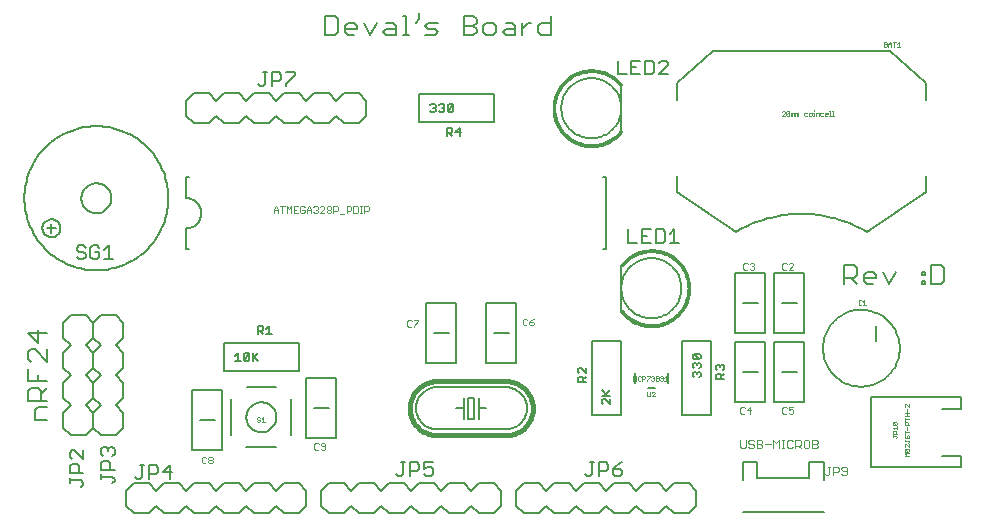
<source format=gto>
G75*
%MOIN*%
%OFA0B0*%
%FSLAX24Y24*%
%IPPOS*%
%LPD*%
%AMOC8*
5,1,8,0,0,1.08239X$1,22.5*
%
%ADD10C,0.0060*%
%ADD11C,0.0080*%
%ADD12C,0.0010*%
%ADD13C,0.0020*%
%ADD14C,0.0050*%
%ADD15C,0.0160*%
D10*
X003323Y005685D02*
X003323Y006005D01*
X003430Y006112D01*
X003750Y006112D01*
X003750Y006330D02*
X003109Y006330D01*
X003109Y006650D01*
X003216Y006757D01*
X003430Y006757D01*
X003536Y006650D01*
X003536Y006330D01*
X003536Y006543D02*
X003750Y006757D01*
X003750Y006974D02*
X003109Y006974D01*
X003109Y007401D01*
X003216Y007619D02*
X003109Y007725D01*
X003109Y007939D01*
X003216Y008046D01*
X003323Y008046D01*
X003750Y007619D01*
X003750Y008046D01*
X003430Y008263D02*
X003430Y008690D01*
X003750Y008583D02*
X003109Y008583D01*
X003430Y008263D01*
X003430Y007188D02*
X003430Y006974D01*
X003323Y005685D02*
X003750Y005685D01*
X003880Y011930D02*
X003880Y012230D01*
X003580Y012080D02*
X003582Y012114D01*
X003588Y012148D01*
X003597Y012181D01*
X003611Y012212D01*
X003628Y012242D01*
X003648Y012270D01*
X003671Y012295D01*
X003697Y012318D01*
X003725Y012337D01*
X003755Y012353D01*
X003787Y012365D01*
X003820Y012374D01*
X003854Y012379D01*
X003889Y012380D01*
X003923Y012377D01*
X003956Y012370D01*
X003989Y012360D01*
X004020Y012345D01*
X004049Y012328D01*
X004076Y012307D01*
X004101Y012283D01*
X004123Y012256D01*
X004141Y012228D01*
X004156Y012197D01*
X004168Y012165D01*
X004176Y012131D01*
X004180Y012097D01*
X004180Y012063D01*
X004176Y012029D01*
X004168Y011995D01*
X004156Y011963D01*
X004141Y011932D01*
X004123Y011904D01*
X004101Y011877D01*
X004076Y011853D01*
X004049Y011832D01*
X004020Y011815D01*
X003989Y011800D01*
X003956Y011790D01*
X003923Y011783D01*
X003889Y011780D01*
X003854Y011781D01*
X003820Y011786D01*
X003787Y011795D01*
X003755Y011807D01*
X003725Y011823D01*
X003697Y011842D01*
X003671Y011865D01*
X003648Y011890D01*
X003628Y011918D01*
X003611Y011948D01*
X003597Y011979D01*
X003588Y012012D01*
X003582Y012046D01*
X003580Y012080D01*
X003730Y012080D02*
X004030Y012080D01*
X004880Y013080D02*
X004882Y013124D01*
X004888Y013168D01*
X004898Y013211D01*
X004911Y013253D01*
X004928Y013294D01*
X004949Y013333D01*
X004973Y013370D01*
X005000Y013405D01*
X005030Y013437D01*
X005063Y013467D01*
X005099Y013493D01*
X005136Y013517D01*
X005176Y013536D01*
X005217Y013553D01*
X005260Y013565D01*
X005303Y013574D01*
X005347Y013579D01*
X005391Y013580D01*
X005435Y013577D01*
X005479Y013570D01*
X005522Y013559D01*
X005564Y013545D01*
X005604Y013527D01*
X005643Y013505D01*
X005679Y013481D01*
X005713Y013453D01*
X005745Y013422D01*
X005774Y013388D01*
X005800Y013352D01*
X005822Y013314D01*
X005841Y013274D01*
X005856Y013232D01*
X005868Y013190D01*
X005876Y013146D01*
X005880Y013102D01*
X005880Y013058D01*
X005876Y013014D01*
X005868Y012970D01*
X005856Y012928D01*
X005841Y012886D01*
X005822Y012846D01*
X005800Y012808D01*
X005774Y012772D01*
X005745Y012738D01*
X005713Y012707D01*
X005679Y012679D01*
X005643Y012655D01*
X005604Y012633D01*
X005564Y012615D01*
X005522Y012601D01*
X005479Y012590D01*
X005435Y012583D01*
X005391Y012580D01*
X005347Y012581D01*
X005303Y012586D01*
X005260Y012595D01*
X005217Y012607D01*
X005176Y012624D01*
X005136Y012643D01*
X005099Y012667D01*
X005063Y012693D01*
X005030Y012723D01*
X005000Y012755D01*
X004973Y012790D01*
X004949Y012827D01*
X004928Y012866D01*
X004911Y012907D01*
X004898Y012949D01*
X004888Y012992D01*
X004882Y013036D01*
X004880Y013080D01*
X002980Y013080D02*
X002982Y013178D01*
X002988Y013276D01*
X002998Y013373D01*
X003012Y013470D01*
X003030Y013566D01*
X003052Y013662D01*
X003077Y013756D01*
X003107Y013850D01*
X003140Y013942D01*
X003177Y014032D01*
X003218Y014121D01*
X003262Y014209D01*
X003310Y014294D01*
X003361Y014378D01*
X003416Y014459D01*
X003473Y014538D01*
X003535Y014614D01*
X003599Y014688D01*
X003666Y014760D01*
X003736Y014828D01*
X003808Y014894D01*
X003884Y014956D01*
X003961Y015016D01*
X004042Y015072D01*
X004124Y015125D01*
X004208Y015175D01*
X004295Y015221D01*
X004383Y015263D01*
X004473Y015302D01*
X004564Y015337D01*
X004657Y015369D01*
X004751Y015396D01*
X004846Y015420D01*
X004942Y015440D01*
X005038Y015456D01*
X005136Y015468D01*
X005233Y015476D01*
X005331Y015480D01*
X005429Y015480D01*
X005527Y015476D01*
X005624Y015468D01*
X005722Y015456D01*
X005818Y015440D01*
X005914Y015420D01*
X006009Y015396D01*
X006103Y015369D01*
X006196Y015337D01*
X006287Y015302D01*
X006377Y015263D01*
X006465Y015221D01*
X006552Y015175D01*
X006636Y015125D01*
X006718Y015072D01*
X006799Y015016D01*
X006876Y014956D01*
X006952Y014894D01*
X007024Y014828D01*
X007094Y014760D01*
X007161Y014688D01*
X007225Y014614D01*
X007287Y014538D01*
X007344Y014459D01*
X007399Y014378D01*
X007450Y014294D01*
X007498Y014209D01*
X007542Y014121D01*
X007583Y014032D01*
X007620Y013942D01*
X007653Y013850D01*
X007683Y013756D01*
X007708Y013662D01*
X007730Y013566D01*
X007748Y013470D01*
X007762Y013373D01*
X007772Y013276D01*
X007778Y013178D01*
X007780Y013080D01*
X007778Y012982D01*
X007772Y012884D01*
X007762Y012787D01*
X007748Y012690D01*
X007730Y012594D01*
X007708Y012498D01*
X007683Y012404D01*
X007653Y012310D01*
X007620Y012218D01*
X007583Y012128D01*
X007542Y012039D01*
X007498Y011951D01*
X007450Y011866D01*
X007399Y011782D01*
X007344Y011701D01*
X007287Y011622D01*
X007225Y011546D01*
X007161Y011472D01*
X007094Y011400D01*
X007024Y011332D01*
X006952Y011266D01*
X006876Y011204D01*
X006799Y011144D01*
X006718Y011088D01*
X006636Y011035D01*
X006552Y010985D01*
X006465Y010939D01*
X006377Y010897D01*
X006287Y010858D01*
X006196Y010823D01*
X006103Y010791D01*
X006009Y010764D01*
X005914Y010740D01*
X005818Y010720D01*
X005722Y010704D01*
X005624Y010692D01*
X005527Y010684D01*
X005429Y010680D01*
X005331Y010680D01*
X005233Y010684D01*
X005136Y010692D01*
X005038Y010704D01*
X004942Y010720D01*
X004846Y010740D01*
X004751Y010764D01*
X004657Y010791D01*
X004564Y010823D01*
X004473Y010858D01*
X004383Y010897D01*
X004295Y010939D01*
X004208Y010985D01*
X004124Y011035D01*
X004042Y011088D01*
X003961Y011144D01*
X003884Y011204D01*
X003808Y011266D01*
X003736Y011332D01*
X003666Y011400D01*
X003599Y011472D01*
X003535Y011546D01*
X003473Y011622D01*
X003416Y011701D01*
X003361Y011782D01*
X003310Y011866D01*
X003262Y011951D01*
X003218Y012039D01*
X003177Y012128D01*
X003140Y012218D01*
X003107Y012310D01*
X003077Y012404D01*
X003052Y012498D01*
X003030Y012594D01*
X003012Y012690D01*
X002998Y012787D01*
X002988Y012884D01*
X002982Y012982D01*
X002980Y013080D01*
X013010Y018510D02*
X013330Y018510D01*
X013437Y018617D01*
X013437Y019044D01*
X013330Y019151D01*
X013010Y019151D01*
X013010Y018510D01*
X013655Y018617D02*
X013655Y018830D01*
X013761Y018937D01*
X013975Y018937D01*
X014082Y018830D01*
X014082Y018724D01*
X013655Y018724D01*
X013655Y018617D02*
X013761Y018510D01*
X013975Y018510D01*
X014299Y018937D02*
X014513Y018510D01*
X014726Y018937D01*
X015050Y018937D02*
X015264Y018937D01*
X015371Y018830D01*
X015371Y018510D01*
X015050Y018510D01*
X014944Y018617D01*
X015050Y018724D01*
X015371Y018724D01*
X015588Y018510D02*
X015802Y018510D01*
X015695Y018510D02*
X015695Y019151D01*
X015588Y019151D01*
X016018Y018937D02*
X016125Y019044D01*
X016125Y019257D01*
X016447Y018937D02*
X016767Y018937D01*
X016660Y018724D02*
X016447Y018724D01*
X016340Y018830D01*
X016447Y018937D01*
X016660Y018724D02*
X016767Y018617D01*
X016660Y018510D01*
X016340Y018510D01*
X017629Y018510D02*
X017629Y019151D01*
X017950Y019151D01*
X018056Y019044D01*
X018056Y018937D01*
X017950Y018830D01*
X017629Y018830D01*
X017629Y018510D02*
X017950Y018510D01*
X018056Y018617D01*
X018056Y018724D01*
X017950Y018830D01*
X018274Y018830D02*
X018274Y018617D01*
X018381Y018510D01*
X018594Y018510D01*
X018701Y018617D01*
X018701Y018830D01*
X018594Y018937D01*
X018381Y018937D01*
X018274Y018830D01*
X018918Y018617D02*
X019025Y018724D01*
X019345Y018724D01*
X019345Y018830D02*
X019345Y018510D01*
X019025Y018510D01*
X018918Y018617D01*
X019239Y018937D02*
X019345Y018830D01*
X019239Y018937D02*
X019025Y018937D01*
X019563Y018937D02*
X019563Y018510D01*
X019563Y018724D02*
X019776Y018937D01*
X019883Y018937D01*
X020100Y018830D02*
X020207Y018937D01*
X020527Y018937D01*
X020527Y019151D02*
X020527Y018510D01*
X020207Y018510D01*
X020100Y018617D01*
X020100Y018830D01*
X020880Y016080D02*
X020882Y016143D01*
X020888Y016205D01*
X020898Y016267D01*
X020911Y016329D01*
X020929Y016389D01*
X020950Y016448D01*
X020975Y016506D01*
X021004Y016562D01*
X021036Y016616D01*
X021071Y016668D01*
X021109Y016717D01*
X021151Y016765D01*
X021195Y016809D01*
X021243Y016851D01*
X021292Y016889D01*
X021344Y016924D01*
X021398Y016956D01*
X021454Y016985D01*
X021512Y017010D01*
X021571Y017031D01*
X021631Y017049D01*
X021693Y017062D01*
X021755Y017072D01*
X021817Y017078D01*
X021880Y017080D01*
X021943Y017078D01*
X022005Y017072D01*
X022067Y017062D01*
X022129Y017049D01*
X022189Y017031D01*
X022248Y017010D01*
X022306Y016985D01*
X022362Y016956D01*
X022416Y016924D01*
X022468Y016889D01*
X022517Y016851D01*
X022565Y016809D01*
X022609Y016765D01*
X022651Y016717D01*
X022689Y016668D01*
X022724Y016616D01*
X022756Y016562D01*
X022785Y016506D01*
X022810Y016448D01*
X022831Y016389D01*
X022849Y016329D01*
X022862Y016267D01*
X022872Y016205D01*
X022878Y016143D01*
X022880Y016080D01*
X022878Y016017D01*
X022872Y015955D01*
X022862Y015893D01*
X022849Y015831D01*
X022831Y015771D01*
X022810Y015712D01*
X022785Y015654D01*
X022756Y015598D01*
X022724Y015544D01*
X022689Y015492D01*
X022651Y015443D01*
X022609Y015395D01*
X022565Y015351D01*
X022517Y015309D01*
X022468Y015271D01*
X022416Y015236D01*
X022362Y015204D01*
X022306Y015175D01*
X022248Y015150D01*
X022189Y015129D01*
X022129Y015111D01*
X022067Y015098D01*
X022005Y015088D01*
X021943Y015082D01*
X021880Y015080D01*
X021817Y015082D01*
X021755Y015088D01*
X021693Y015098D01*
X021631Y015111D01*
X021571Y015129D01*
X021512Y015150D01*
X021454Y015175D01*
X021398Y015204D01*
X021344Y015236D01*
X021292Y015271D01*
X021243Y015309D01*
X021195Y015351D01*
X021151Y015395D01*
X021109Y015443D01*
X021071Y015492D01*
X021036Y015544D01*
X021004Y015598D01*
X020975Y015654D01*
X020950Y015712D01*
X020929Y015771D01*
X020911Y015831D01*
X020898Y015893D01*
X020888Y015955D01*
X020882Y016017D01*
X020880Y016080D01*
X030310Y010851D02*
X030630Y010851D01*
X030737Y010744D01*
X030737Y010530D01*
X030630Y010424D01*
X030310Y010424D01*
X030524Y010424D02*
X030737Y010210D01*
X030955Y010317D02*
X030955Y010530D01*
X031061Y010637D01*
X031275Y010637D01*
X031382Y010530D01*
X031382Y010424D01*
X030955Y010424D01*
X030955Y010317D02*
X031061Y010210D01*
X031275Y010210D01*
X031599Y010637D02*
X031813Y010210D01*
X032026Y010637D01*
X032888Y010637D02*
X032888Y010530D01*
X032995Y010530D01*
X032995Y010637D01*
X032888Y010637D01*
X033210Y010851D02*
X033531Y010851D01*
X033638Y010744D01*
X033638Y010317D01*
X033531Y010210D01*
X033210Y010210D01*
X033210Y010851D01*
X032995Y010317D02*
X032888Y010317D01*
X032888Y010210D01*
X032995Y010210D01*
X032995Y010317D01*
X030310Y010210D02*
X030310Y010851D01*
X022880Y010080D02*
X022882Y010143D01*
X022888Y010205D01*
X022898Y010267D01*
X022911Y010329D01*
X022929Y010389D01*
X022950Y010448D01*
X022975Y010506D01*
X023004Y010562D01*
X023036Y010616D01*
X023071Y010668D01*
X023109Y010717D01*
X023151Y010765D01*
X023195Y010809D01*
X023243Y010851D01*
X023292Y010889D01*
X023344Y010924D01*
X023398Y010956D01*
X023454Y010985D01*
X023512Y011010D01*
X023571Y011031D01*
X023631Y011049D01*
X023693Y011062D01*
X023755Y011072D01*
X023817Y011078D01*
X023880Y011080D01*
X023943Y011078D01*
X024005Y011072D01*
X024067Y011062D01*
X024129Y011049D01*
X024189Y011031D01*
X024248Y011010D01*
X024306Y010985D01*
X024362Y010956D01*
X024416Y010924D01*
X024468Y010889D01*
X024517Y010851D01*
X024565Y010809D01*
X024609Y010765D01*
X024651Y010717D01*
X024689Y010668D01*
X024724Y010616D01*
X024756Y010562D01*
X024785Y010506D01*
X024810Y010448D01*
X024831Y010389D01*
X024849Y010329D01*
X024862Y010267D01*
X024872Y010205D01*
X024878Y010143D01*
X024880Y010080D01*
X024878Y010017D01*
X024872Y009955D01*
X024862Y009893D01*
X024849Y009831D01*
X024831Y009771D01*
X024810Y009712D01*
X024785Y009654D01*
X024756Y009598D01*
X024724Y009544D01*
X024689Y009492D01*
X024651Y009443D01*
X024609Y009395D01*
X024565Y009351D01*
X024517Y009309D01*
X024468Y009271D01*
X024416Y009236D01*
X024362Y009204D01*
X024306Y009175D01*
X024248Y009150D01*
X024189Y009129D01*
X024129Y009111D01*
X024067Y009098D01*
X024005Y009088D01*
X023943Y009082D01*
X023880Y009080D01*
X023817Y009082D01*
X023755Y009088D01*
X023693Y009098D01*
X023631Y009111D01*
X023571Y009129D01*
X023512Y009150D01*
X023454Y009175D01*
X023398Y009204D01*
X023344Y009236D01*
X023292Y009271D01*
X023243Y009309D01*
X023195Y009351D01*
X023151Y009395D01*
X023109Y009443D01*
X023071Y009492D01*
X023036Y009544D01*
X023004Y009598D01*
X022975Y009654D01*
X022950Y009712D01*
X022929Y009771D01*
X022911Y009831D01*
X022898Y009893D01*
X022888Y009955D01*
X022882Y010017D01*
X022880Y010080D01*
X019030Y006780D02*
X016730Y006780D01*
X017630Y006430D02*
X017630Y006080D01*
X017380Y006080D01*
X017630Y006080D02*
X017630Y005730D01*
X017780Y005730D02*
X017780Y006430D01*
X017980Y006430D01*
X017980Y005730D01*
X017780Y005730D01*
X018130Y005730D02*
X018130Y006080D01*
X018380Y006080D01*
X018130Y006080D02*
X018130Y006430D01*
X019030Y006780D02*
X019081Y006778D01*
X019132Y006773D01*
X019182Y006763D01*
X019232Y006750D01*
X019280Y006734D01*
X019327Y006714D01*
X019373Y006690D01*
X019416Y006664D01*
X019458Y006634D01*
X019497Y006601D01*
X019534Y006566D01*
X019568Y006528D01*
X019599Y006487D01*
X019628Y006445D01*
X019653Y006400D01*
X019674Y006354D01*
X019693Y006306D01*
X019707Y006257D01*
X019718Y006207D01*
X019726Y006157D01*
X019730Y006106D01*
X019730Y006054D01*
X019726Y006003D01*
X019718Y005953D01*
X019707Y005903D01*
X019693Y005854D01*
X019674Y005806D01*
X019653Y005760D01*
X019628Y005715D01*
X019599Y005673D01*
X019568Y005632D01*
X019534Y005594D01*
X019497Y005559D01*
X019458Y005526D01*
X019416Y005496D01*
X019373Y005470D01*
X019327Y005446D01*
X019280Y005426D01*
X019232Y005410D01*
X019182Y005397D01*
X019132Y005387D01*
X019081Y005382D01*
X019030Y005380D01*
X016730Y005380D01*
X016679Y005382D01*
X016628Y005387D01*
X016578Y005397D01*
X016528Y005410D01*
X016480Y005426D01*
X016433Y005446D01*
X016387Y005470D01*
X016344Y005496D01*
X016302Y005526D01*
X016263Y005559D01*
X016226Y005594D01*
X016192Y005632D01*
X016161Y005673D01*
X016132Y005715D01*
X016107Y005760D01*
X016086Y005806D01*
X016067Y005854D01*
X016053Y005903D01*
X016042Y005953D01*
X016034Y006003D01*
X016030Y006054D01*
X016030Y006106D01*
X016034Y006157D01*
X016042Y006207D01*
X016053Y006257D01*
X016067Y006306D01*
X016086Y006354D01*
X016107Y006400D01*
X016132Y006445D01*
X016161Y006487D01*
X016192Y006528D01*
X016226Y006566D01*
X016263Y006601D01*
X016302Y006634D01*
X016344Y006664D01*
X016387Y006690D01*
X016433Y006714D01*
X016480Y006734D01*
X016528Y006750D01*
X016578Y006763D01*
X016628Y006773D01*
X016679Y006778D01*
X016730Y006780D01*
D11*
X016380Y007580D02*
X017380Y007580D01*
X017380Y009580D01*
X016380Y009580D01*
X016380Y007580D01*
X016630Y008580D02*
X017130Y008580D01*
X018630Y008580D02*
X019130Y008580D01*
X019380Y009580D02*
X018380Y009580D01*
X018380Y007580D01*
X019380Y007580D01*
X019380Y009580D01*
X021908Y008320D02*
X022852Y008320D01*
X022852Y005840D01*
X021908Y005840D01*
X021908Y008320D01*
X023320Y007249D02*
X023320Y006911D01*
X023774Y006761D02*
X023986Y006761D01*
X024440Y006911D02*
X024440Y007249D01*
X024908Y008320D02*
X024908Y005840D01*
X025852Y005840D01*
X025852Y008320D01*
X024908Y008320D01*
X026680Y008280D02*
X027680Y008280D01*
X027680Y006280D01*
X026680Y006280D01*
X026680Y008280D01*
X026680Y008580D02*
X027680Y008580D01*
X027680Y010580D01*
X026680Y010580D01*
X026680Y008580D01*
X026930Y009580D02*
X027430Y009580D01*
X028230Y009580D02*
X028730Y009580D01*
X028980Y008580D02*
X027980Y008580D01*
X027980Y010580D01*
X028980Y010580D01*
X028980Y008580D01*
X031065Y011950D02*
X030955Y012014D01*
X030843Y012075D01*
X030729Y012133D01*
X030614Y012187D01*
X030496Y012238D01*
X030378Y012285D01*
X030258Y012329D01*
X030137Y012368D01*
X030014Y012405D01*
X029891Y012437D01*
X029767Y012466D01*
X029641Y012491D01*
X029516Y012512D01*
X029389Y012529D01*
X029262Y012543D01*
X029135Y012552D01*
X029008Y012558D01*
X028880Y012560D01*
X028752Y012558D01*
X028625Y012552D01*
X028498Y012543D01*
X028371Y012529D01*
X028244Y012512D01*
X028119Y012491D01*
X027993Y012466D01*
X027869Y012437D01*
X027746Y012405D01*
X027623Y012368D01*
X027502Y012329D01*
X027382Y012285D01*
X027264Y012238D01*
X027146Y012187D01*
X027031Y012133D01*
X026917Y012075D01*
X026805Y012014D01*
X026695Y011950D01*
X024726Y013289D01*
X024726Y013820D01*
X022380Y013780D02*
X022280Y013780D01*
X022380Y013780D02*
X022380Y011380D01*
X022280Y011380D01*
X022880Y010830D02*
X022880Y009330D01*
X026930Y007280D02*
X027430Y007280D01*
X028230Y007280D02*
X028730Y007280D01*
X028980Y008280D02*
X027980Y008280D01*
X027980Y006280D01*
X028980Y006280D01*
X028980Y008280D01*
X029600Y008080D02*
X029602Y008151D01*
X029608Y008222D01*
X029618Y008293D01*
X029632Y008362D01*
X029649Y008431D01*
X029671Y008499D01*
X029696Y008566D01*
X029725Y008631D01*
X029757Y008694D01*
X029793Y008756D01*
X029832Y008815D01*
X029875Y008872D01*
X029920Y008927D01*
X029969Y008979D01*
X030020Y009028D01*
X030074Y009074D01*
X030131Y009118D01*
X030189Y009158D01*
X030250Y009194D01*
X030313Y009228D01*
X030378Y009257D01*
X030444Y009283D01*
X030512Y009306D01*
X030580Y009324D01*
X030650Y009339D01*
X030720Y009350D01*
X030791Y009357D01*
X030862Y009360D01*
X030933Y009359D01*
X031004Y009354D01*
X031075Y009345D01*
X031145Y009332D01*
X031214Y009316D01*
X031282Y009295D01*
X031349Y009271D01*
X031415Y009243D01*
X031478Y009211D01*
X031540Y009176D01*
X031600Y009138D01*
X031658Y009096D01*
X031713Y009052D01*
X031766Y009004D01*
X031816Y008953D01*
X031863Y008900D01*
X031907Y008844D01*
X031948Y008786D01*
X031986Y008725D01*
X032020Y008663D01*
X032050Y008598D01*
X032077Y008533D01*
X032101Y008465D01*
X032120Y008397D01*
X032136Y008328D01*
X032148Y008257D01*
X032156Y008187D01*
X032160Y008116D01*
X032160Y008044D01*
X032156Y007973D01*
X032148Y007903D01*
X032136Y007832D01*
X032120Y007763D01*
X032101Y007695D01*
X032077Y007627D01*
X032050Y007562D01*
X032020Y007497D01*
X031986Y007435D01*
X031948Y007374D01*
X031907Y007316D01*
X031863Y007260D01*
X031816Y007207D01*
X031766Y007156D01*
X031713Y007108D01*
X031658Y007064D01*
X031600Y007022D01*
X031540Y006984D01*
X031478Y006949D01*
X031415Y006917D01*
X031349Y006889D01*
X031282Y006865D01*
X031214Y006844D01*
X031145Y006828D01*
X031075Y006815D01*
X031004Y006806D01*
X030933Y006801D01*
X030862Y006800D01*
X030791Y006803D01*
X030720Y006810D01*
X030650Y006821D01*
X030580Y006836D01*
X030512Y006854D01*
X030444Y006877D01*
X030378Y006903D01*
X030313Y006932D01*
X030250Y006966D01*
X030189Y007002D01*
X030131Y007042D01*
X030074Y007086D01*
X030020Y007132D01*
X029969Y007181D01*
X029920Y007233D01*
X029875Y007288D01*
X029832Y007345D01*
X029793Y007404D01*
X029757Y007466D01*
X029725Y007529D01*
X029696Y007594D01*
X029671Y007661D01*
X029649Y007729D01*
X029632Y007798D01*
X029618Y007867D01*
X029608Y007938D01*
X029602Y008009D01*
X029600Y008080D01*
X031380Y008330D02*
X031380Y008830D01*
X031193Y006441D02*
X034185Y006441D01*
X034185Y006067D01*
X033555Y006067D01*
X031193Y006441D02*
X031193Y004119D01*
X034185Y004119D01*
X034185Y004493D01*
X033555Y004493D01*
X029619Y004302D02*
X029619Y003672D01*
X029146Y003751D02*
X029146Y004302D01*
X029619Y004302D01*
X029146Y003751D02*
X027414Y003751D01*
X027414Y004302D01*
X026941Y004302D01*
X026941Y003672D01*
X025380Y003330D02*
X025380Y002830D01*
X025130Y002580D01*
X024630Y002580D01*
X024380Y002830D01*
X024130Y002580D01*
X023630Y002580D01*
X023380Y002830D01*
X023130Y002580D01*
X022630Y002580D01*
X022380Y002830D01*
X022130Y002580D01*
X021630Y002580D01*
X021380Y002830D01*
X021130Y002580D01*
X020630Y002580D01*
X020380Y002830D01*
X020130Y002580D01*
X019630Y002580D01*
X019380Y002830D01*
X019380Y003330D01*
X019630Y003580D01*
X020130Y003580D01*
X020380Y003330D01*
X020630Y003580D01*
X021130Y003580D01*
X021380Y003330D01*
X021630Y003580D01*
X022130Y003580D01*
X022380Y003330D01*
X022630Y003580D01*
X023130Y003580D01*
X023380Y003330D01*
X023630Y003580D01*
X024130Y003580D01*
X024380Y003330D01*
X024630Y003580D01*
X025130Y003580D01*
X025380Y003330D01*
X026941Y002609D02*
X029619Y002609D01*
X018880Y002830D02*
X018880Y003330D01*
X018630Y003580D01*
X018130Y003580D01*
X017880Y003330D01*
X017630Y003580D01*
X017130Y003580D01*
X016880Y003330D01*
X016630Y003580D01*
X016130Y003580D01*
X015880Y003330D01*
X015630Y003580D01*
X015130Y003580D01*
X014880Y003330D01*
X014630Y003580D01*
X014130Y003580D01*
X013880Y003330D01*
X013630Y003580D01*
X013130Y003580D01*
X012880Y003330D01*
X012880Y002830D01*
X013130Y002580D01*
X013630Y002580D01*
X013880Y002830D01*
X014130Y002580D01*
X014630Y002580D01*
X014880Y002830D01*
X015130Y002580D01*
X015630Y002580D01*
X015880Y002830D01*
X016130Y002580D01*
X016630Y002580D01*
X016880Y002830D01*
X017130Y002580D01*
X017630Y002580D01*
X017880Y002830D01*
X018130Y002580D01*
X018630Y002580D01*
X018880Y002830D01*
X013380Y005080D02*
X012380Y005080D01*
X012380Y007080D01*
X013380Y007080D01*
X013380Y005080D01*
X013130Y006080D02*
X012630Y006080D01*
X011880Y006386D02*
X011880Y005174D01*
X011368Y004780D02*
X010380Y004780D01*
X009880Y005174D02*
X009880Y006386D01*
X009580Y006680D02*
X008580Y006680D01*
X008580Y004680D01*
X009580Y004680D01*
X009580Y006680D01*
X010392Y006780D02*
X011368Y006780D01*
X012120Y007308D02*
X009640Y007308D01*
X009640Y008252D01*
X012120Y008252D01*
X012120Y007308D01*
X010380Y005780D02*
X010382Y005824D01*
X010388Y005868D01*
X010398Y005911D01*
X010411Y005953D01*
X010428Y005994D01*
X010449Y006033D01*
X010473Y006070D01*
X010500Y006105D01*
X010530Y006137D01*
X010563Y006167D01*
X010599Y006193D01*
X010636Y006217D01*
X010676Y006236D01*
X010717Y006253D01*
X010760Y006265D01*
X010803Y006274D01*
X010847Y006279D01*
X010891Y006280D01*
X010935Y006277D01*
X010979Y006270D01*
X011022Y006259D01*
X011064Y006245D01*
X011104Y006227D01*
X011143Y006205D01*
X011179Y006181D01*
X011213Y006153D01*
X011245Y006122D01*
X011274Y006088D01*
X011300Y006052D01*
X011322Y006014D01*
X011341Y005974D01*
X011356Y005932D01*
X011368Y005890D01*
X011376Y005846D01*
X011380Y005802D01*
X011380Y005758D01*
X011376Y005714D01*
X011368Y005670D01*
X011356Y005628D01*
X011341Y005586D01*
X011322Y005546D01*
X011300Y005508D01*
X011274Y005472D01*
X011245Y005438D01*
X011213Y005407D01*
X011179Y005379D01*
X011143Y005355D01*
X011104Y005333D01*
X011064Y005315D01*
X011022Y005301D01*
X010979Y005290D01*
X010935Y005283D01*
X010891Y005280D01*
X010847Y005281D01*
X010803Y005286D01*
X010760Y005295D01*
X010717Y005307D01*
X010676Y005324D01*
X010636Y005343D01*
X010599Y005367D01*
X010563Y005393D01*
X010530Y005423D01*
X010500Y005455D01*
X010473Y005490D01*
X010449Y005527D01*
X010428Y005566D01*
X010411Y005607D01*
X010398Y005649D01*
X010388Y005692D01*
X010382Y005736D01*
X010380Y005780D01*
X009330Y005680D02*
X008830Y005680D01*
X006280Y005430D02*
X006030Y005180D01*
X005530Y005180D01*
X005280Y005430D01*
X005280Y005930D01*
X005530Y006180D01*
X005280Y006430D01*
X005280Y006930D01*
X005530Y007180D01*
X005280Y007430D01*
X005280Y007930D01*
X005530Y008180D01*
X005280Y008430D01*
X005280Y008930D01*
X005530Y009180D01*
X006030Y009180D01*
X006280Y008930D01*
X006280Y008430D01*
X006030Y008180D01*
X006280Y007930D01*
X006280Y007430D01*
X006030Y007180D01*
X006280Y006930D01*
X006280Y006430D01*
X006030Y006180D01*
X006280Y005930D01*
X006280Y005430D01*
X005280Y005430D02*
X005280Y005930D01*
X005030Y006180D01*
X005280Y006430D01*
X005280Y006930D01*
X005030Y007180D01*
X005280Y007430D01*
X005280Y007930D01*
X005030Y008180D01*
X005280Y008430D01*
X005280Y008930D01*
X005030Y009180D01*
X004530Y009180D01*
X004280Y008930D01*
X004280Y008430D01*
X004530Y008180D01*
X004280Y007930D01*
X004280Y007430D01*
X004530Y007180D01*
X004280Y006930D01*
X004280Y006430D01*
X004530Y006180D01*
X004280Y005930D01*
X004280Y005430D01*
X004530Y005180D01*
X005030Y005180D01*
X005280Y005430D01*
X006630Y003580D02*
X006380Y003330D01*
X006380Y002830D01*
X006630Y002580D01*
X007130Y002580D01*
X007380Y002830D01*
X007630Y002580D01*
X008130Y002580D01*
X008380Y002830D01*
X008630Y002580D01*
X009130Y002580D01*
X009380Y002830D01*
X009630Y002580D01*
X010130Y002580D01*
X010380Y002830D01*
X010630Y002580D01*
X011130Y002580D01*
X011380Y002830D01*
X011630Y002580D01*
X012130Y002580D01*
X012380Y002830D01*
X012380Y003330D01*
X012130Y003580D01*
X011630Y003580D01*
X011380Y003330D01*
X011130Y003580D01*
X010630Y003580D01*
X010380Y003330D01*
X010130Y003580D01*
X009630Y003580D01*
X009380Y003330D01*
X009130Y003580D01*
X008630Y003580D01*
X008380Y003330D01*
X008130Y003580D01*
X007630Y003580D01*
X007380Y003330D01*
X007130Y003580D01*
X006630Y003580D01*
X008380Y011380D02*
X008480Y011380D01*
X008380Y011380D02*
X008380Y012080D01*
X008424Y012082D01*
X008467Y012088D01*
X008509Y012097D01*
X008551Y012110D01*
X008591Y012127D01*
X008630Y012147D01*
X008667Y012170D01*
X008701Y012197D01*
X008734Y012226D01*
X008763Y012259D01*
X008790Y012293D01*
X008813Y012330D01*
X008833Y012369D01*
X008850Y012409D01*
X008863Y012451D01*
X008872Y012493D01*
X008878Y012536D01*
X008880Y012580D01*
X008878Y012624D01*
X008872Y012667D01*
X008863Y012709D01*
X008850Y012751D01*
X008833Y012791D01*
X008813Y012830D01*
X008790Y012867D01*
X008763Y012901D01*
X008734Y012934D01*
X008701Y012963D01*
X008667Y012990D01*
X008630Y013013D01*
X008591Y013033D01*
X008551Y013050D01*
X008509Y013063D01*
X008467Y013072D01*
X008424Y013078D01*
X008380Y013080D01*
X008380Y013780D01*
X008480Y013780D01*
X008630Y015580D02*
X009130Y015580D01*
X009380Y015830D01*
X009630Y015580D01*
X010130Y015580D01*
X010380Y015830D01*
X010630Y015580D01*
X011130Y015580D01*
X011380Y015830D01*
X011630Y015580D01*
X012130Y015580D01*
X012380Y015830D01*
X012630Y015580D01*
X013130Y015580D01*
X013380Y015830D01*
X013630Y015580D01*
X014130Y015580D01*
X014380Y015830D01*
X014380Y016330D01*
X014130Y016580D01*
X013630Y016580D01*
X013380Y016330D01*
X013130Y016580D01*
X012630Y016580D01*
X012380Y016330D01*
X012130Y016580D01*
X011630Y016580D01*
X011380Y016330D01*
X011130Y016580D01*
X010630Y016580D01*
X010380Y016330D01*
X010130Y016580D01*
X009630Y016580D01*
X009380Y016330D01*
X009130Y016580D01*
X008630Y016580D01*
X008380Y016330D01*
X008380Y015830D01*
X008630Y015580D01*
X016140Y015608D02*
X018620Y015608D01*
X018620Y016552D01*
X016140Y016552D01*
X016140Y015608D01*
X022880Y015330D02*
X022880Y016830D01*
X024726Y016911D02*
X024726Y016340D01*
X024726Y016911D02*
X025927Y017974D01*
X031833Y017974D01*
X033034Y016911D01*
X033034Y016340D01*
X033034Y013820D02*
X033034Y013289D01*
X031065Y011950D01*
D12*
X030982Y009685D02*
X030982Y009535D01*
X030932Y009535D02*
X031032Y009535D01*
X030932Y009635D02*
X030982Y009685D01*
X030885Y009660D02*
X030860Y009685D01*
X030810Y009685D01*
X030785Y009660D01*
X030785Y009560D01*
X030810Y009535D01*
X030860Y009535D01*
X030885Y009560D01*
X032350Y006206D02*
X032325Y006181D01*
X032325Y006131D01*
X032350Y006106D01*
X032400Y006058D02*
X032400Y005958D01*
X032400Y005911D02*
X032400Y005811D01*
X032475Y005811D02*
X032325Y005811D01*
X032325Y005764D02*
X032325Y005664D01*
X032325Y005714D02*
X032475Y005714D01*
X032400Y005616D02*
X032425Y005591D01*
X032425Y005516D01*
X032475Y005516D02*
X032325Y005516D01*
X032325Y005591D01*
X032350Y005616D01*
X032400Y005616D01*
X032400Y005469D02*
X032400Y005369D01*
X032325Y005322D02*
X032325Y005222D01*
X032325Y005272D02*
X032475Y005272D01*
X032450Y005174D02*
X032475Y005149D01*
X032475Y005099D01*
X032450Y005074D01*
X032400Y005099D02*
X032400Y005149D01*
X032425Y005174D01*
X032450Y005174D01*
X032400Y005099D02*
X032375Y005074D01*
X032350Y005074D01*
X032325Y005099D01*
X032325Y005149D01*
X032350Y005174D01*
X032325Y005027D02*
X032325Y004977D01*
X032325Y005002D02*
X032450Y005002D01*
X032475Y004977D01*
X032475Y004952D01*
X032450Y004927D01*
X032475Y004880D02*
X032475Y004780D01*
X032375Y004880D01*
X032350Y004880D01*
X032325Y004855D01*
X032325Y004805D01*
X032350Y004780D01*
X032350Y004732D02*
X032450Y004632D01*
X032475Y004657D01*
X032475Y004707D01*
X032450Y004732D01*
X032350Y004732D01*
X032325Y004707D01*
X032325Y004657D01*
X032350Y004632D01*
X032450Y004632D01*
X032475Y004585D02*
X032325Y004585D01*
X032375Y004535D01*
X032325Y004485D01*
X032475Y004485D01*
X032050Y005085D02*
X032075Y005110D01*
X032075Y005135D01*
X032050Y005160D01*
X031925Y005160D01*
X031925Y005135D02*
X031925Y005185D01*
X031925Y005232D02*
X031925Y005307D01*
X031950Y005332D01*
X032000Y005332D01*
X032025Y005307D01*
X032025Y005232D01*
X032075Y005232D02*
X031925Y005232D01*
X031975Y005380D02*
X031925Y005430D01*
X032075Y005430D01*
X032075Y005380D02*
X032075Y005480D01*
X032050Y005527D02*
X031950Y005627D01*
X032050Y005627D01*
X032075Y005602D01*
X032075Y005552D01*
X032050Y005527D01*
X031950Y005527D01*
X031925Y005552D01*
X031925Y005602D01*
X031950Y005627D01*
X032325Y005911D02*
X032475Y005911D01*
X032475Y006106D02*
X032375Y006206D01*
X032350Y006206D01*
X032475Y006206D02*
X032475Y006106D01*
X024413Y007000D02*
X024313Y007000D01*
X024363Y007000D02*
X024363Y007150D01*
X024313Y007100D01*
X024265Y007100D02*
X024240Y007075D01*
X024265Y007050D01*
X024265Y007025D01*
X024240Y007000D01*
X024190Y007000D01*
X024165Y007025D01*
X024118Y007025D02*
X024093Y007000D01*
X024043Y007000D01*
X024018Y007025D01*
X024018Y007050D01*
X024043Y007075D01*
X024093Y007075D01*
X024118Y007050D01*
X024118Y007025D01*
X024093Y007075D02*
X024118Y007100D01*
X024118Y007125D01*
X024093Y007150D01*
X024043Y007150D01*
X024018Y007125D01*
X024018Y007100D01*
X024043Y007075D01*
X023971Y007050D02*
X023971Y007025D01*
X023946Y007000D01*
X023896Y007000D01*
X023871Y007025D01*
X023921Y007075D02*
X023946Y007075D01*
X023971Y007050D01*
X023946Y007075D02*
X023971Y007100D01*
X023971Y007125D01*
X023946Y007150D01*
X023896Y007150D01*
X023871Y007125D01*
X023823Y007125D02*
X023723Y007025D01*
X023723Y007000D01*
X023651Y007050D02*
X023576Y007050D01*
X023576Y007000D02*
X023576Y007150D01*
X023651Y007150D01*
X023676Y007125D01*
X023676Y007075D01*
X023651Y007050D01*
X023723Y007150D02*
X023823Y007150D01*
X023823Y007125D01*
X023529Y007125D02*
X023504Y007150D01*
X023454Y007150D01*
X023429Y007125D01*
X023429Y007025D01*
X023454Y007000D01*
X023504Y007000D01*
X023529Y007025D01*
X023381Y007000D02*
X023381Y007150D01*
X023331Y007100D01*
X023281Y007150D01*
X023281Y007000D01*
X023740Y006625D02*
X023740Y006500D01*
X023765Y006475D01*
X023815Y006475D01*
X023840Y006500D01*
X023840Y006625D01*
X023888Y006600D02*
X023913Y006625D01*
X023963Y006625D01*
X023988Y006600D01*
X023988Y006575D01*
X023888Y006475D01*
X023988Y006475D01*
X024215Y007075D02*
X024240Y007075D01*
X024265Y007100D02*
X024265Y007125D01*
X024240Y007150D01*
X024190Y007150D01*
X024165Y007125D01*
X022848Y009300D02*
X022920Y009354D01*
X022919Y009353D02*
X022962Y009300D01*
X023007Y009249D01*
X023056Y009201D01*
X023107Y009156D01*
X023161Y009113D01*
X023217Y009074D01*
X023275Y009038D01*
X023335Y009005D01*
X023396Y008976D01*
X023460Y008951D01*
X023524Y008929D01*
X023590Y008910D01*
X023657Y008896D01*
X023724Y008885D01*
X023792Y008878D01*
X023860Y008875D01*
X023929Y008876D01*
X023997Y008881D01*
X024065Y008889D01*
X024132Y008902D01*
X024198Y008918D01*
X024263Y008938D01*
X024328Y008961D01*
X024390Y008988D01*
X024451Y009019D01*
X024510Y009053D01*
X024568Y009090D01*
X024623Y009131D01*
X024675Y009175D01*
X024725Y009221D01*
X024772Y009270D01*
X024817Y009322D01*
X024858Y009376D01*
X024897Y009433D01*
X024932Y009492D01*
X024963Y009552D01*
X024991Y009614D01*
X025016Y009678D01*
X025037Y009743D01*
X025054Y009809D01*
X025068Y009876D01*
X025077Y009944D01*
X025083Y010012D01*
X025085Y010080D01*
X025083Y010148D01*
X025077Y010216D01*
X025068Y010284D01*
X025054Y010351D01*
X025037Y010417D01*
X025016Y010482D01*
X024991Y010546D01*
X024963Y010608D01*
X024932Y010668D01*
X024897Y010727D01*
X024858Y010784D01*
X024817Y010838D01*
X024772Y010890D01*
X024725Y010939D01*
X024675Y010985D01*
X024623Y011029D01*
X024568Y011070D01*
X024510Y011107D01*
X024451Y011141D01*
X024390Y011172D01*
X024328Y011199D01*
X024263Y011222D01*
X024198Y011242D01*
X024132Y011258D01*
X024065Y011271D01*
X023997Y011279D01*
X023929Y011284D01*
X023860Y011285D01*
X023792Y011282D01*
X023724Y011275D01*
X023657Y011264D01*
X023590Y011250D01*
X023524Y011231D01*
X023460Y011209D01*
X023396Y011184D01*
X023335Y011155D01*
X023275Y011122D01*
X023217Y011086D01*
X023161Y011047D01*
X023107Y011004D01*
X023056Y010959D01*
X023007Y010911D01*
X022962Y010860D01*
X022919Y010807D01*
X022848Y010860D01*
X022847Y010861D01*
X022891Y010916D01*
X022939Y010969D01*
X022989Y011020D01*
X023042Y011067D01*
X023097Y011111D01*
X023155Y011153D01*
X023215Y011191D01*
X023276Y011226D01*
X023340Y011257D01*
X023405Y011285D01*
X023472Y011309D01*
X023540Y011330D01*
X023609Y011346D01*
X023679Y011359D01*
X023749Y011368D01*
X023820Y011374D01*
X023891Y011375D01*
X023962Y011372D01*
X024033Y011366D01*
X024103Y011356D01*
X024172Y011342D01*
X024241Y011324D01*
X024309Y011302D01*
X024375Y011277D01*
X024440Y011248D01*
X024503Y011215D01*
X024564Y011179D01*
X024623Y011140D01*
X024680Y011098D01*
X024735Y011053D01*
X024787Y011004D01*
X024836Y010953D01*
X024883Y010900D01*
X024926Y010843D01*
X024966Y010785D01*
X025003Y010724D01*
X025037Y010662D01*
X025067Y010598D01*
X025094Y010532D01*
X025117Y010465D01*
X025136Y010396D01*
X025151Y010327D01*
X025163Y010257D01*
X025171Y010186D01*
X025175Y010115D01*
X025175Y010045D01*
X025171Y009974D01*
X025163Y009903D01*
X025151Y009833D01*
X025136Y009764D01*
X025117Y009695D01*
X025094Y009628D01*
X025067Y009562D01*
X025037Y009498D01*
X025003Y009436D01*
X024966Y009375D01*
X024926Y009317D01*
X024883Y009260D01*
X024836Y009207D01*
X024787Y009156D01*
X024735Y009107D01*
X024680Y009062D01*
X024623Y009020D01*
X024564Y008981D01*
X024503Y008945D01*
X024440Y008912D01*
X024375Y008883D01*
X024309Y008858D01*
X024241Y008836D01*
X024172Y008818D01*
X024103Y008804D01*
X024033Y008794D01*
X023962Y008788D01*
X023891Y008785D01*
X023820Y008786D01*
X023749Y008792D01*
X023679Y008801D01*
X023609Y008814D01*
X023540Y008830D01*
X023472Y008851D01*
X023405Y008875D01*
X023340Y008903D01*
X023276Y008934D01*
X023215Y008969D01*
X023155Y009007D01*
X023097Y009049D01*
X023042Y009093D01*
X022989Y009140D01*
X022939Y009191D01*
X022891Y009244D01*
X022847Y009299D01*
X022854Y009304D01*
X022899Y009249D01*
X022946Y009196D01*
X022997Y009145D01*
X023050Y009098D01*
X023106Y009053D01*
X023164Y009012D01*
X023224Y008974D01*
X023286Y008939D01*
X023350Y008908D01*
X023416Y008881D01*
X023483Y008857D01*
X023552Y008837D01*
X023621Y008820D01*
X023691Y008808D01*
X023762Y008799D01*
X023833Y008795D01*
X023904Y008794D01*
X023975Y008798D01*
X024046Y008805D01*
X024117Y008816D01*
X024186Y008831D01*
X024255Y008850D01*
X024323Y008873D01*
X024389Y008899D01*
X024454Y008929D01*
X024516Y008963D01*
X024577Y008999D01*
X024636Y009040D01*
X024693Y009083D01*
X024747Y009130D01*
X024798Y009179D01*
X024846Y009232D01*
X024892Y009286D01*
X024934Y009344D01*
X024973Y009403D01*
X025009Y009465D01*
X025042Y009528D01*
X025070Y009593D01*
X025096Y009660D01*
X025117Y009728D01*
X025135Y009797D01*
X025148Y009867D01*
X025158Y009938D01*
X025164Y010009D01*
X025166Y010080D01*
X025164Y010151D01*
X025158Y010222D01*
X025148Y010293D01*
X025135Y010363D01*
X025117Y010432D01*
X025096Y010500D01*
X025070Y010567D01*
X025042Y010632D01*
X025009Y010695D01*
X024973Y010757D01*
X024934Y010816D01*
X024892Y010874D01*
X024846Y010928D01*
X024798Y010981D01*
X024747Y011030D01*
X024693Y011077D01*
X024636Y011120D01*
X024577Y011161D01*
X024516Y011197D01*
X024454Y011231D01*
X024389Y011261D01*
X024323Y011287D01*
X024255Y011310D01*
X024186Y011329D01*
X024117Y011344D01*
X024046Y011355D01*
X023975Y011362D01*
X023904Y011366D01*
X023833Y011365D01*
X023762Y011361D01*
X023691Y011352D01*
X023621Y011340D01*
X023552Y011323D01*
X023483Y011303D01*
X023416Y011279D01*
X023350Y011252D01*
X023286Y011221D01*
X023224Y011186D01*
X023164Y011148D01*
X023106Y011107D01*
X023050Y011062D01*
X022997Y011015D01*
X022946Y010964D01*
X022899Y010911D01*
X022854Y010856D01*
X022861Y010850D01*
X022906Y010905D01*
X022953Y010958D01*
X023003Y011008D01*
X023056Y011055D01*
X023111Y011099D01*
X023169Y011141D01*
X023228Y011178D01*
X023290Y011213D01*
X023354Y011244D01*
X023419Y011271D01*
X023486Y011295D01*
X023554Y011315D01*
X023623Y011331D01*
X023692Y011343D01*
X023763Y011352D01*
X023833Y011356D01*
X023904Y011357D01*
X023975Y011353D01*
X024045Y011346D01*
X024115Y011335D01*
X024184Y011320D01*
X024252Y011301D01*
X024320Y011279D01*
X024385Y011253D01*
X024450Y011223D01*
X024512Y011190D01*
X024572Y011153D01*
X024631Y011113D01*
X024687Y011070D01*
X024741Y011024D01*
X024791Y010974D01*
X024840Y010923D01*
X024885Y010868D01*
X024927Y010811D01*
X024966Y010752D01*
X025001Y010691D01*
X025034Y010628D01*
X025062Y010563D01*
X025087Y010497D01*
X025108Y010429D01*
X025126Y010361D01*
X025139Y010291D01*
X025149Y010221D01*
X025155Y010151D01*
X025157Y010080D01*
X025155Y010009D01*
X025149Y009939D01*
X025139Y009869D01*
X025126Y009799D01*
X025108Y009731D01*
X025087Y009663D01*
X025062Y009597D01*
X025034Y009532D01*
X025001Y009469D01*
X024966Y009408D01*
X024927Y009349D01*
X024885Y009292D01*
X024840Y009237D01*
X024791Y009186D01*
X024741Y009136D01*
X024687Y009090D01*
X024631Y009047D01*
X024572Y009007D01*
X024512Y008970D01*
X024450Y008937D01*
X024385Y008907D01*
X024320Y008881D01*
X024252Y008859D01*
X024184Y008840D01*
X024115Y008825D01*
X024045Y008814D01*
X023975Y008807D01*
X023904Y008803D01*
X023833Y008804D01*
X023763Y008808D01*
X023692Y008817D01*
X023623Y008829D01*
X023554Y008845D01*
X023486Y008865D01*
X023419Y008889D01*
X023354Y008916D01*
X023290Y008947D01*
X023228Y008982D01*
X023169Y009019D01*
X023111Y009061D01*
X023056Y009105D01*
X023003Y009152D01*
X022953Y009202D01*
X022906Y009255D01*
X022861Y009310D01*
X022869Y009315D01*
X022913Y009260D01*
X022961Y009207D01*
X023011Y009157D01*
X023064Y009109D01*
X023120Y009065D01*
X023178Y009024D01*
X023238Y008987D01*
X023300Y008952D01*
X023364Y008922D01*
X023430Y008895D01*
X023497Y008871D01*
X023565Y008852D01*
X023635Y008836D01*
X023705Y008824D01*
X023775Y008816D01*
X023846Y008812D01*
X023917Y008813D01*
X023988Y008817D01*
X024059Y008825D01*
X024129Y008837D01*
X024198Y008853D01*
X024266Y008872D01*
X024334Y008896D01*
X024399Y008923D01*
X024463Y008954D01*
X024525Y008988D01*
X024585Y009026D01*
X024643Y009068D01*
X024699Y009112D01*
X024752Y009159D01*
X024802Y009210D01*
X024849Y009263D01*
X024894Y009318D01*
X024935Y009376D01*
X024972Y009436D01*
X025007Y009499D01*
X025038Y009563D01*
X025065Y009628D01*
X025088Y009695D01*
X025108Y009764D01*
X025124Y009833D01*
X025136Y009903D01*
X025144Y009974D01*
X025148Y010044D01*
X025148Y010116D01*
X025144Y010186D01*
X025136Y010257D01*
X025124Y010327D01*
X025108Y010396D01*
X025088Y010465D01*
X025065Y010532D01*
X025038Y010597D01*
X025007Y010661D01*
X024972Y010724D01*
X024935Y010784D01*
X024894Y010842D01*
X024849Y010897D01*
X024802Y010950D01*
X024752Y011001D01*
X024699Y011048D01*
X024643Y011092D01*
X024585Y011134D01*
X024525Y011172D01*
X024463Y011206D01*
X024399Y011237D01*
X024334Y011264D01*
X024266Y011288D01*
X024198Y011307D01*
X024129Y011323D01*
X024059Y011335D01*
X023988Y011343D01*
X023917Y011347D01*
X023846Y011348D01*
X023775Y011344D01*
X023705Y011336D01*
X023635Y011324D01*
X023565Y011308D01*
X023497Y011289D01*
X023430Y011265D01*
X023364Y011238D01*
X023300Y011208D01*
X023238Y011173D01*
X023178Y011136D01*
X023120Y011095D01*
X023064Y011051D01*
X023011Y011003D01*
X022961Y010953D01*
X022913Y010900D01*
X022869Y010845D01*
X022876Y010839D01*
X022920Y010894D01*
X022967Y010947D01*
X023017Y010997D01*
X023070Y011044D01*
X023125Y011088D01*
X023183Y011128D01*
X023242Y011166D01*
X023304Y011200D01*
X023368Y011230D01*
X023433Y011257D01*
X023500Y011280D01*
X023568Y011300D01*
X023636Y011315D01*
X023706Y011327D01*
X023776Y011335D01*
X023847Y011339D01*
X023917Y011338D01*
X023988Y011334D01*
X024058Y011326D01*
X024127Y011314D01*
X024196Y011299D01*
X024264Y011279D01*
X024330Y011256D01*
X024395Y011229D01*
X024459Y011198D01*
X024521Y011164D01*
X024580Y011126D01*
X024638Y011085D01*
X024693Y011041D01*
X024746Y010994D01*
X024795Y010944D01*
X024842Y010892D01*
X024886Y010836D01*
X024927Y010779D01*
X024965Y010719D01*
X024999Y010657D01*
X025029Y010594D01*
X025056Y010529D01*
X025080Y010462D01*
X025099Y010394D01*
X025115Y010325D01*
X025127Y010256D01*
X025135Y010186D01*
X025139Y010115D01*
X025139Y010045D01*
X025135Y009974D01*
X025127Y009904D01*
X025115Y009835D01*
X025099Y009766D01*
X025080Y009698D01*
X025056Y009631D01*
X025029Y009566D01*
X024999Y009503D01*
X024965Y009441D01*
X024927Y009381D01*
X024886Y009324D01*
X024842Y009268D01*
X024795Y009216D01*
X024746Y009166D01*
X024693Y009119D01*
X024638Y009075D01*
X024580Y009034D01*
X024521Y008996D01*
X024459Y008962D01*
X024395Y008931D01*
X024330Y008904D01*
X024264Y008881D01*
X024196Y008861D01*
X024127Y008846D01*
X024058Y008834D01*
X023988Y008826D01*
X023917Y008822D01*
X023847Y008821D01*
X023776Y008825D01*
X023706Y008833D01*
X023636Y008845D01*
X023568Y008860D01*
X023500Y008880D01*
X023433Y008903D01*
X023368Y008930D01*
X023304Y008960D01*
X023242Y008994D01*
X023183Y009032D01*
X023125Y009072D01*
X023070Y009116D01*
X023017Y009163D01*
X022967Y009213D01*
X022920Y009266D01*
X022876Y009321D01*
X022883Y009326D01*
X022927Y009271D01*
X022974Y009219D01*
X023023Y009170D01*
X023076Y009123D01*
X023130Y009080D01*
X023188Y009039D01*
X023247Y009002D01*
X023308Y008968D01*
X023372Y008938D01*
X023436Y008911D01*
X023503Y008888D01*
X023570Y008869D01*
X023638Y008854D01*
X023707Y008842D01*
X023777Y008834D01*
X023847Y008830D01*
X023917Y008831D01*
X023987Y008835D01*
X024056Y008843D01*
X024125Y008854D01*
X024194Y008870D01*
X024261Y008889D01*
X024327Y008913D01*
X024392Y008940D01*
X024455Y008970D01*
X024516Y009004D01*
X024575Y009041D01*
X024633Y009082D01*
X024687Y009126D01*
X024739Y009172D01*
X024789Y009222D01*
X024836Y009274D01*
X024879Y009329D01*
X024920Y009386D01*
X024957Y009445D01*
X024991Y009507D01*
X025021Y009570D01*
X025048Y009635D01*
X025071Y009701D01*
X025090Y009768D01*
X025106Y009836D01*
X025118Y009905D01*
X025126Y009975D01*
X025130Y010045D01*
X025130Y010115D01*
X025126Y010185D01*
X025118Y010255D01*
X025106Y010324D01*
X025090Y010392D01*
X025071Y010459D01*
X025048Y010525D01*
X025021Y010590D01*
X024991Y010653D01*
X024957Y010715D01*
X024920Y010774D01*
X024879Y010831D01*
X024836Y010886D01*
X024789Y010938D01*
X024739Y010988D01*
X024687Y011034D01*
X024633Y011078D01*
X024575Y011119D01*
X024516Y011156D01*
X024455Y011190D01*
X024392Y011220D01*
X024327Y011247D01*
X024261Y011271D01*
X024194Y011290D01*
X024125Y011306D01*
X024056Y011317D01*
X023987Y011325D01*
X023917Y011329D01*
X023847Y011330D01*
X023777Y011326D01*
X023707Y011318D01*
X023638Y011306D01*
X023570Y011291D01*
X023503Y011272D01*
X023436Y011249D01*
X023372Y011222D01*
X023308Y011192D01*
X023247Y011158D01*
X023188Y011121D01*
X023130Y011080D01*
X023076Y011037D01*
X023023Y010990D01*
X022974Y010941D01*
X022927Y010889D01*
X022883Y010834D01*
X022890Y010829D01*
X022934Y010883D01*
X022980Y010935D01*
X023029Y010984D01*
X023081Y011030D01*
X023136Y011073D01*
X023193Y011113D01*
X023252Y011150D01*
X023313Y011184D01*
X023375Y011214D01*
X023440Y011240D01*
X023505Y011263D01*
X023572Y011282D01*
X023640Y011298D01*
X023709Y011309D01*
X023778Y011317D01*
X023847Y011321D01*
X023917Y011320D01*
X023986Y011316D01*
X024055Y011309D01*
X024124Y011297D01*
X024191Y011281D01*
X024258Y011262D01*
X024324Y011239D01*
X024388Y011212D01*
X024451Y011182D01*
X024512Y011148D01*
X024570Y011111D01*
X024627Y011071D01*
X024681Y011028D01*
X024733Y010981D01*
X024782Y010932D01*
X024829Y010880D01*
X024872Y010826D01*
X024912Y010769D01*
X024949Y010710D01*
X024983Y010649D01*
X025013Y010586D01*
X025040Y010522D01*
X025063Y010457D01*
X025082Y010390D01*
X025097Y010322D01*
X025109Y010253D01*
X025117Y010184D01*
X025121Y010115D01*
X025121Y010045D01*
X025117Y009976D01*
X025109Y009907D01*
X025097Y009838D01*
X025082Y009770D01*
X025063Y009703D01*
X025040Y009638D01*
X025013Y009574D01*
X024983Y009511D01*
X024949Y009450D01*
X024912Y009391D01*
X024872Y009334D01*
X024829Y009280D01*
X024782Y009228D01*
X024733Y009179D01*
X024681Y009132D01*
X024627Y009089D01*
X024570Y009049D01*
X024512Y009012D01*
X024451Y008978D01*
X024388Y008948D01*
X024324Y008921D01*
X024258Y008898D01*
X024191Y008879D01*
X024124Y008863D01*
X024055Y008851D01*
X023986Y008844D01*
X023917Y008840D01*
X023847Y008839D01*
X023778Y008843D01*
X023709Y008851D01*
X023640Y008862D01*
X023572Y008878D01*
X023505Y008897D01*
X023440Y008920D01*
X023375Y008946D01*
X023313Y008976D01*
X023252Y009010D01*
X023193Y009047D01*
X023136Y009087D01*
X023081Y009130D01*
X023029Y009176D01*
X022980Y009225D01*
X022934Y009277D01*
X022890Y009331D01*
X022897Y009337D01*
X022941Y009283D01*
X022987Y009232D01*
X023036Y009183D01*
X023087Y009137D01*
X023141Y009094D01*
X023198Y009054D01*
X023256Y009018D01*
X023317Y008984D01*
X023379Y008954D01*
X023443Y008928D01*
X023508Y008906D01*
X023574Y008887D01*
X023642Y008871D01*
X023710Y008860D01*
X023778Y008852D01*
X023847Y008848D01*
X023916Y008849D01*
X023985Y008853D01*
X024054Y008860D01*
X024122Y008872D01*
X024189Y008887D01*
X024256Y008907D01*
X024321Y008930D01*
X024384Y008956D01*
X024447Y008986D01*
X024507Y009019D01*
X024565Y009056D01*
X024622Y009096D01*
X024676Y009139D01*
X024727Y009185D01*
X024776Y009234D01*
X024822Y009286D01*
X024865Y009340D01*
X024905Y009396D01*
X024941Y009455D01*
X024975Y009515D01*
X025005Y009577D01*
X025031Y009641D01*
X025054Y009706D01*
X025073Y009773D01*
X025088Y009840D01*
X025100Y009908D01*
X025108Y009977D01*
X025112Y010045D01*
X025112Y010115D01*
X025108Y010183D01*
X025100Y010252D01*
X025088Y010320D01*
X025073Y010387D01*
X025054Y010454D01*
X025031Y010519D01*
X025005Y010583D01*
X024975Y010645D01*
X024941Y010705D01*
X024905Y010764D01*
X024865Y010820D01*
X024822Y010874D01*
X024776Y010926D01*
X024727Y010975D01*
X024676Y011021D01*
X024622Y011064D01*
X024565Y011104D01*
X024507Y011141D01*
X024447Y011174D01*
X024384Y011204D01*
X024321Y011230D01*
X024256Y011253D01*
X024189Y011273D01*
X024122Y011288D01*
X024054Y011300D01*
X023985Y011307D01*
X023916Y011311D01*
X023847Y011312D01*
X023778Y011308D01*
X023710Y011300D01*
X023642Y011289D01*
X023574Y011273D01*
X023508Y011254D01*
X023443Y011232D01*
X023379Y011206D01*
X023317Y011176D01*
X023256Y011142D01*
X023198Y011106D01*
X023141Y011066D01*
X023087Y011023D01*
X023036Y010977D01*
X022987Y010928D01*
X022941Y010877D01*
X022897Y010823D01*
X022905Y010818D01*
X022948Y010872D01*
X022994Y010923D01*
X023044Y010972D01*
X023095Y011018D01*
X023150Y011061D01*
X023207Y011101D01*
X023265Y011137D01*
X023326Y011171D01*
X023389Y011200D01*
X023453Y011226D01*
X023519Y011248D01*
X023586Y011267D01*
X023653Y011282D01*
X023722Y011293D01*
X023791Y011300D01*
X023860Y011303D01*
X023929Y011302D01*
X023999Y011297D01*
X024067Y011289D01*
X024135Y011276D01*
X024203Y011260D01*
X024269Y011239D01*
X024334Y011216D01*
X024398Y011188D01*
X024460Y011157D01*
X024520Y011122D01*
X024578Y011084D01*
X024634Y011043D01*
X024687Y010999D01*
X024738Y010952D01*
X024786Y010902D01*
X024831Y010849D01*
X024873Y010794D01*
X024912Y010737D01*
X024947Y010677D01*
X024979Y010616D01*
X025008Y010553D01*
X025033Y010488D01*
X025054Y010422D01*
X025072Y010355D01*
X025085Y010287D01*
X025095Y010218D01*
X025101Y010149D01*
X025103Y010080D01*
X025101Y010011D01*
X025095Y009942D01*
X025085Y009873D01*
X025072Y009805D01*
X025054Y009738D01*
X025033Y009672D01*
X025008Y009607D01*
X024979Y009544D01*
X024947Y009483D01*
X024912Y009423D01*
X024873Y009366D01*
X024831Y009311D01*
X024786Y009258D01*
X024738Y009208D01*
X024687Y009161D01*
X024634Y009117D01*
X024578Y009076D01*
X024520Y009038D01*
X024460Y009003D01*
X024398Y008972D01*
X024334Y008944D01*
X024269Y008921D01*
X024203Y008900D01*
X024135Y008884D01*
X024067Y008871D01*
X023999Y008863D01*
X023929Y008858D01*
X023860Y008857D01*
X023791Y008860D01*
X023722Y008867D01*
X023653Y008878D01*
X023586Y008893D01*
X023519Y008912D01*
X023453Y008934D01*
X023389Y008960D01*
X023326Y008989D01*
X023265Y009023D01*
X023207Y009059D01*
X023150Y009099D01*
X023095Y009142D01*
X023044Y009188D01*
X022994Y009237D01*
X022948Y009288D01*
X022905Y009342D01*
X022912Y009348D01*
X022955Y009294D01*
X023001Y009243D01*
X023050Y009194D01*
X023101Y009149D01*
X023155Y009106D01*
X023212Y009067D01*
X023270Y009030D01*
X023330Y008997D01*
X023393Y008968D01*
X023456Y008942D01*
X023522Y008920D01*
X023588Y008902D01*
X023655Y008887D01*
X023723Y008876D01*
X023792Y008869D01*
X023860Y008866D01*
X023929Y008867D01*
X023998Y008872D01*
X024066Y008880D01*
X024134Y008893D01*
X024200Y008909D01*
X024266Y008929D01*
X024331Y008953D01*
X024394Y008980D01*
X024455Y009011D01*
X024515Y009045D01*
X024573Y009083D01*
X024628Y009124D01*
X024681Y009168D01*
X024731Y009215D01*
X024779Y009264D01*
X024824Y009316D01*
X024866Y009371D01*
X024904Y009428D01*
X024939Y009487D01*
X024971Y009548D01*
X025000Y009611D01*
X025024Y009675D01*
X025046Y009741D01*
X025063Y009807D01*
X025076Y009875D01*
X025086Y009943D01*
X025092Y010011D01*
X025094Y010080D01*
X025092Y010149D01*
X025086Y010217D01*
X025076Y010285D01*
X025063Y010353D01*
X025046Y010419D01*
X025024Y010485D01*
X025000Y010549D01*
X024971Y010612D01*
X024939Y010673D01*
X024904Y010732D01*
X024866Y010789D01*
X024824Y010844D01*
X024779Y010896D01*
X024731Y010945D01*
X024681Y010992D01*
X024628Y011036D01*
X024573Y011077D01*
X024515Y011115D01*
X024455Y011149D01*
X024394Y011180D01*
X024331Y011207D01*
X024266Y011231D01*
X024200Y011251D01*
X024134Y011267D01*
X024066Y011280D01*
X023998Y011288D01*
X023929Y011293D01*
X023860Y011294D01*
X023792Y011291D01*
X023723Y011284D01*
X023655Y011273D01*
X023588Y011258D01*
X023522Y011240D01*
X023456Y011218D01*
X023393Y011192D01*
X023330Y011163D01*
X023270Y011130D01*
X023212Y011093D01*
X023155Y011054D01*
X023101Y011011D01*
X023050Y010966D01*
X023001Y010917D01*
X022955Y010866D01*
X022912Y010812D01*
X028235Y015835D02*
X028335Y015935D01*
X028335Y015960D01*
X028310Y015985D01*
X028260Y015985D01*
X028235Y015960D01*
X028235Y015835D02*
X028335Y015835D01*
X028382Y015860D02*
X028482Y015960D01*
X028482Y015860D01*
X028457Y015835D01*
X028407Y015835D01*
X028382Y015860D01*
X028382Y015960D01*
X028407Y015985D01*
X028457Y015985D01*
X028482Y015960D01*
X028530Y015935D02*
X028555Y015935D01*
X028580Y015910D01*
X028605Y015935D01*
X028630Y015910D01*
X028630Y015835D01*
X028677Y015835D02*
X028677Y015935D01*
X028702Y015935D01*
X028727Y015910D01*
X028752Y015935D01*
X028777Y015910D01*
X028777Y015835D01*
X028727Y015835D02*
X028727Y015910D01*
X028580Y015910D02*
X028580Y015835D01*
X028530Y015835D02*
X028530Y015935D01*
X028972Y015910D02*
X028972Y015860D01*
X028997Y015835D01*
X029072Y015835D01*
X029119Y015860D02*
X029144Y015835D01*
X029194Y015835D01*
X029219Y015860D01*
X029219Y015910D01*
X029194Y015935D01*
X029144Y015935D01*
X029119Y015910D01*
X029119Y015860D01*
X029072Y015935D02*
X028997Y015935D01*
X028972Y015910D01*
X029266Y015935D02*
X029291Y015935D01*
X029291Y015835D01*
X029266Y015835D02*
X029316Y015835D01*
X029364Y015835D02*
X029364Y015935D01*
X029440Y015935D01*
X029465Y015910D01*
X029465Y015835D01*
X029512Y015860D02*
X029537Y015835D01*
X029612Y015835D01*
X029659Y015860D02*
X029659Y015910D01*
X029684Y015935D01*
X029734Y015935D01*
X029759Y015910D01*
X029759Y015885D01*
X029659Y015885D01*
X029659Y015860D02*
X029684Y015835D01*
X029734Y015835D01*
X029806Y015835D02*
X029857Y015835D01*
X029831Y015835D02*
X029831Y015985D01*
X029806Y015985D01*
X029905Y015985D02*
X029930Y015985D01*
X029930Y015835D01*
X029905Y015835D02*
X029955Y015835D01*
X029612Y015935D02*
X029537Y015935D01*
X029512Y015910D01*
X029512Y015860D01*
X029291Y015985D02*
X029291Y016010D01*
X031635Y018135D02*
X031710Y018135D01*
X031735Y018160D01*
X031735Y018185D01*
X031710Y018210D01*
X031635Y018210D01*
X031635Y018135D02*
X031635Y018285D01*
X031710Y018285D01*
X031735Y018260D01*
X031735Y018235D01*
X031710Y018210D01*
X031782Y018210D02*
X031882Y018210D01*
X031882Y018235D02*
X031882Y018135D01*
X031980Y018135D02*
X031980Y018285D01*
X031930Y018285D02*
X032030Y018285D01*
X032077Y018235D02*
X032127Y018285D01*
X032127Y018135D01*
X032077Y018135D02*
X032177Y018135D01*
X031882Y018235D02*
X031832Y018285D01*
X031782Y018235D01*
X031782Y018135D01*
X022912Y016860D02*
X022840Y016806D01*
X022841Y016807D02*
X022798Y016860D01*
X022753Y016911D01*
X022704Y016959D01*
X022653Y017004D01*
X022599Y017047D01*
X022543Y017086D01*
X022485Y017122D01*
X022425Y017155D01*
X022364Y017184D01*
X022300Y017209D01*
X022236Y017231D01*
X022170Y017250D01*
X022103Y017264D01*
X022036Y017275D01*
X021968Y017282D01*
X021900Y017285D01*
X021831Y017284D01*
X021763Y017279D01*
X021695Y017271D01*
X021628Y017258D01*
X021562Y017242D01*
X021497Y017222D01*
X021432Y017199D01*
X021370Y017172D01*
X021309Y017141D01*
X021250Y017107D01*
X021192Y017070D01*
X021137Y017029D01*
X021085Y016985D01*
X021035Y016939D01*
X020988Y016890D01*
X020943Y016838D01*
X020902Y016784D01*
X020863Y016727D01*
X020828Y016668D01*
X020797Y016608D01*
X020769Y016546D01*
X020744Y016482D01*
X020723Y016417D01*
X020706Y016351D01*
X020692Y016284D01*
X020683Y016216D01*
X020677Y016148D01*
X020675Y016080D01*
X020677Y016012D01*
X020683Y015944D01*
X020692Y015876D01*
X020706Y015809D01*
X020723Y015743D01*
X020744Y015678D01*
X020769Y015614D01*
X020797Y015552D01*
X020828Y015492D01*
X020863Y015433D01*
X020902Y015376D01*
X020943Y015322D01*
X020988Y015270D01*
X021035Y015221D01*
X021085Y015175D01*
X021137Y015131D01*
X021192Y015090D01*
X021250Y015053D01*
X021309Y015019D01*
X021370Y014988D01*
X021432Y014961D01*
X021497Y014938D01*
X021562Y014918D01*
X021628Y014902D01*
X021695Y014889D01*
X021763Y014881D01*
X021831Y014876D01*
X021900Y014875D01*
X021968Y014878D01*
X022036Y014885D01*
X022103Y014896D01*
X022170Y014910D01*
X022236Y014929D01*
X022300Y014951D01*
X022364Y014976D01*
X022425Y015005D01*
X022485Y015038D01*
X022543Y015074D01*
X022599Y015113D01*
X022653Y015156D01*
X022704Y015201D01*
X022753Y015249D01*
X022798Y015300D01*
X022841Y015353D01*
X022912Y015300D01*
X022913Y015299D01*
X022869Y015244D01*
X022821Y015191D01*
X022771Y015140D01*
X022718Y015093D01*
X022663Y015049D01*
X022605Y015007D01*
X022545Y014969D01*
X022484Y014934D01*
X022420Y014903D01*
X022355Y014875D01*
X022288Y014851D01*
X022220Y014830D01*
X022151Y014814D01*
X022081Y014801D01*
X022011Y014792D01*
X021940Y014786D01*
X021869Y014785D01*
X021798Y014788D01*
X021727Y014794D01*
X021657Y014804D01*
X021588Y014818D01*
X021519Y014836D01*
X021451Y014858D01*
X021385Y014883D01*
X021320Y014912D01*
X021257Y014945D01*
X021196Y014981D01*
X021137Y015020D01*
X021080Y015062D01*
X021025Y015107D01*
X020973Y015156D01*
X020924Y015207D01*
X020877Y015260D01*
X020834Y015317D01*
X020794Y015375D01*
X020757Y015436D01*
X020723Y015498D01*
X020693Y015562D01*
X020666Y015628D01*
X020643Y015695D01*
X020624Y015764D01*
X020609Y015833D01*
X020597Y015903D01*
X020589Y015974D01*
X020585Y016045D01*
X020585Y016115D01*
X020589Y016186D01*
X020597Y016257D01*
X020609Y016327D01*
X020624Y016396D01*
X020643Y016465D01*
X020666Y016532D01*
X020693Y016598D01*
X020723Y016662D01*
X020757Y016724D01*
X020794Y016785D01*
X020834Y016843D01*
X020877Y016900D01*
X020924Y016953D01*
X020973Y017004D01*
X021025Y017053D01*
X021080Y017098D01*
X021137Y017140D01*
X021196Y017179D01*
X021257Y017215D01*
X021320Y017248D01*
X021385Y017277D01*
X021451Y017302D01*
X021519Y017324D01*
X021588Y017342D01*
X021657Y017356D01*
X021727Y017366D01*
X021798Y017372D01*
X021869Y017375D01*
X021940Y017374D01*
X022011Y017368D01*
X022081Y017359D01*
X022151Y017346D01*
X022220Y017330D01*
X022288Y017309D01*
X022355Y017285D01*
X022420Y017257D01*
X022484Y017226D01*
X022545Y017191D01*
X022605Y017153D01*
X022663Y017111D01*
X022718Y017067D01*
X022771Y017020D01*
X022821Y016969D01*
X022869Y016916D01*
X022913Y016861D01*
X022906Y016856D01*
X022861Y016911D01*
X022814Y016964D01*
X022763Y017015D01*
X022710Y017062D01*
X022654Y017107D01*
X022596Y017148D01*
X022536Y017186D01*
X022474Y017221D01*
X022410Y017252D01*
X022344Y017279D01*
X022277Y017303D01*
X022208Y017323D01*
X022139Y017340D01*
X022069Y017352D01*
X021998Y017361D01*
X021927Y017365D01*
X021856Y017366D01*
X021785Y017362D01*
X021714Y017355D01*
X021643Y017344D01*
X021574Y017329D01*
X021505Y017310D01*
X021437Y017287D01*
X021371Y017261D01*
X021306Y017231D01*
X021244Y017197D01*
X021183Y017161D01*
X021124Y017120D01*
X021067Y017077D01*
X021013Y017030D01*
X020962Y016981D01*
X020914Y016928D01*
X020868Y016874D01*
X020826Y016816D01*
X020787Y016757D01*
X020751Y016695D01*
X020718Y016632D01*
X020690Y016567D01*
X020664Y016500D01*
X020643Y016432D01*
X020625Y016363D01*
X020612Y016293D01*
X020602Y016222D01*
X020596Y016151D01*
X020594Y016080D01*
X020596Y016009D01*
X020602Y015938D01*
X020612Y015867D01*
X020625Y015797D01*
X020643Y015728D01*
X020664Y015660D01*
X020690Y015593D01*
X020718Y015528D01*
X020751Y015465D01*
X020787Y015403D01*
X020826Y015344D01*
X020868Y015286D01*
X020914Y015232D01*
X020962Y015179D01*
X021013Y015130D01*
X021067Y015083D01*
X021124Y015040D01*
X021183Y014999D01*
X021244Y014963D01*
X021306Y014929D01*
X021371Y014899D01*
X021437Y014873D01*
X021505Y014850D01*
X021574Y014831D01*
X021643Y014816D01*
X021714Y014805D01*
X021785Y014798D01*
X021856Y014794D01*
X021927Y014795D01*
X021998Y014799D01*
X022069Y014808D01*
X022139Y014820D01*
X022208Y014837D01*
X022277Y014857D01*
X022344Y014881D01*
X022410Y014908D01*
X022474Y014939D01*
X022536Y014974D01*
X022596Y015012D01*
X022654Y015053D01*
X022710Y015098D01*
X022763Y015145D01*
X022814Y015196D01*
X022861Y015249D01*
X022906Y015304D01*
X022899Y015310D01*
X022854Y015255D01*
X022807Y015202D01*
X022757Y015152D01*
X022704Y015105D01*
X022649Y015061D01*
X022591Y015019D01*
X022532Y014982D01*
X022470Y014947D01*
X022406Y014916D01*
X022341Y014889D01*
X022274Y014865D01*
X022206Y014845D01*
X022137Y014829D01*
X022068Y014817D01*
X021997Y014808D01*
X021927Y014804D01*
X021856Y014803D01*
X021785Y014807D01*
X021715Y014814D01*
X021645Y014825D01*
X021576Y014840D01*
X021508Y014859D01*
X021440Y014881D01*
X021375Y014907D01*
X021310Y014937D01*
X021248Y014970D01*
X021188Y015007D01*
X021129Y015047D01*
X021073Y015090D01*
X021019Y015136D01*
X020969Y015186D01*
X020920Y015237D01*
X020875Y015292D01*
X020833Y015349D01*
X020794Y015408D01*
X020759Y015469D01*
X020726Y015532D01*
X020698Y015597D01*
X020673Y015663D01*
X020652Y015731D01*
X020634Y015799D01*
X020621Y015869D01*
X020611Y015939D01*
X020605Y016009D01*
X020603Y016080D01*
X020605Y016151D01*
X020611Y016221D01*
X020621Y016291D01*
X020634Y016361D01*
X020652Y016429D01*
X020673Y016497D01*
X020698Y016563D01*
X020726Y016628D01*
X020759Y016691D01*
X020794Y016752D01*
X020833Y016811D01*
X020875Y016868D01*
X020920Y016923D01*
X020969Y016974D01*
X021019Y017024D01*
X021073Y017070D01*
X021129Y017113D01*
X021188Y017153D01*
X021248Y017190D01*
X021310Y017223D01*
X021375Y017253D01*
X021440Y017279D01*
X021508Y017301D01*
X021576Y017320D01*
X021645Y017335D01*
X021715Y017346D01*
X021785Y017353D01*
X021856Y017357D01*
X021927Y017356D01*
X021997Y017352D01*
X022068Y017343D01*
X022137Y017331D01*
X022206Y017315D01*
X022274Y017295D01*
X022341Y017271D01*
X022406Y017244D01*
X022470Y017213D01*
X022532Y017178D01*
X022591Y017141D01*
X022649Y017099D01*
X022704Y017055D01*
X022757Y017008D01*
X022807Y016958D01*
X022854Y016905D01*
X022899Y016850D01*
X022891Y016845D01*
X022847Y016900D01*
X022799Y016953D01*
X022749Y017003D01*
X022696Y017051D01*
X022640Y017095D01*
X022582Y017136D01*
X022522Y017173D01*
X022460Y017208D01*
X022396Y017238D01*
X022330Y017265D01*
X022263Y017289D01*
X022195Y017308D01*
X022125Y017324D01*
X022055Y017336D01*
X021985Y017344D01*
X021914Y017348D01*
X021843Y017347D01*
X021772Y017343D01*
X021701Y017335D01*
X021631Y017323D01*
X021562Y017307D01*
X021494Y017288D01*
X021426Y017264D01*
X021361Y017237D01*
X021297Y017206D01*
X021235Y017172D01*
X021175Y017134D01*
X021117Y017092D01*
X021061Y017048D01*
X021008Y017001D01*
X020958Y016950D01*
X020911Y016897D01*
X020866Y016842D01*
X020825Y016784D01*
X020788Y016724D01*
X020753Y016661D01*
X020722Y016597D01*
X020695Y016532D01*
X020672Y016465D01*
X020652Y016396D01*
X020636Y016327D01*
X020624Y016257D01*
X020616Y016186D01*
X020612Y016116D01*
X020612Y016044D01*
X020616Y015974D01*
X020624Y015903D01*
X020636Y015833D01*
X020652Y015764D01*
X020672Y015695D01*
X020695Y015628D01*
X020722Y015563D01*
X020753Y015499D01*
X020788Y015436D01*
X020825Y015376D01*
X020866Y015318D01*
X020911Y015263D01*
X020958Y015210D01*
X021008Y015159D01*
X021061Y015112D01*
X021117Y015068D01*
X021175Y015026D01*
X021235Y014988D01*
X021297Y014954D01*
X021361Y014923D01*
X021426Y014896D01*
X021494Y014872D01*
X021562Y014853D01*
X021631Y014837D01*
X021701Y014825D01*
X021772Y014817D01*
X021843Y014813D01*
X021914Y014812D01*
X021985Y014816D01*
X022055Y014824D01*
X022125Y014836D01*
X022195Y014852D01*
X022263Y014871D01*
X022330Y014895D01*
X022396Y014922D01*
X022460Y014952D01*
X022522Y014987D01*
X022582Y015024D01*
X022640Y015065D01*
X022696Y015109D01*
X022749Y015157D01*
X022799Y015207D01*
X022847Y015260D01*
X022891Y015315D01*
X022884Y015321D01*
X022840Y015266D01*
X022793Y015213D01*
X022743Y015163D01*
X022690Y015116D01*
X022635Y015072D01*
X022577Y015032D01*
X022518Y014994D01*
X022456Y014960D01*
X022392Y014930D01*
X022327Y014903D01*
X022260Y014880D01*
X022192Y014860D01*
X022124Y014845D01*
X022054Y014833D01*
X021984Y014825D01*
X021913Y014821D01*
X021843Y014822D01*
X021772Y014826D01*
X021702Y014834D01*
X021633Y014846D01*
X021564Y014861D01*
X021496Y014881D01*
X021430Y014904D01*
X021365Y014931D01*
X021301Y014962D01*
X021239Y014996D01*
X021180Y015034D01*
X021122Y015075D01*
X021067Y015119D01*
X021014Y015166D01*
X020965Y015216D01*
X020918Y015268D01*
X020874Y015324D01*
X020833Y015381D01*
X020795Y015441D01*
X020761Y015503D01*
X020731Y015566D01*
X020704Y015631D01*
X020680Y015698D01*
X020661Y015766D01*
X020645Y015835D01*
X020633Y015904D01*
X020625Y015974D01*
X020621Y016045D01*
X020621Y016115D01*
X020625Y016186D01*
X020633Y016256D01*
X020645Y016325D01*
X020661Y016394D01*
X020680Y016462D01*
X020704Y016529D01*
X020731Y016594D01*
X020761Y016657D01*
X020795Y016719D01*
X020833Y016779D01*
X020874Y016836D01*
X020918Y016892D01*
X020965Y016944D01*
X021014Y016994D01*
X021067Y017041D01*
X021122Y017085D01*
X021180Y017126D01*
X021239Y017164D01*
X021301Y017198D01*
X021365Y017229D01*
X021430Y017256D01*
X021496Y017279D01*
X021564Y017299D01*
X021633Y017314D01*
X021702Y017326D01*
X021772Y017334D01*
X021843Y017338D01*
X021913Y017339D01*
X021984Y017335D01*
X022054Y017327D01*
X022124Y017315D01*
X022192Y017300D01*
X022260Y017280D01*
X022327Y017257D01*
X022392Y017230D01*
X022456Y017200D01*
X022518Y017166D01*
X022577Y017128D01*
X022635Y017088D01*
X022690Y017044D01*
X022743Y016997D01*
X022793Y016947D01*
X022840Y016894D01*
X022884Y016839D01*
X022877Y016834D01*
X022833Y016889D01*
X022786Y016941D01*
X022737Y016990D01*
X022684Y017037D01*
X022630Y017080D01*
X022572Y017121D01*
X022513Y017158D01*
X022452Y017192D01*
X022388Y017222D01*
X022324Y017249D01*
X022257Y017272D01*
X022190Y017291D01*
X022122Y017306D01*
X022053Y017318D01*
X021983Y017326D01*
X021913Y017330D01*
X021843Y017329D01*
X021773Y017325D01*
X021704Y017317D01*
X021635Y017306D01*
X021566Y017290D01*
X021499Y017271D01*
X021433Y017247D01*
X021368Y017220D01*
X021305Y017190D01*
X021244Y017156D01*
X021185Y017119D01*
X021127Y017078D01*
X021073Y017034D01*
X021021Y016988D01*
X020971Y016938D01*
X020924Y016886D01*
X020881Y016831D01*
X020840Y016774D01*
X020803Y016715D01*
X020769Y016653D01*
X020739Y016590D01*
X020712Y016525D01*
X020689Y016459D01*
X020670Y016392D01*
X020654Y016324D01*
X020642Y016255D01*
X020634Y016185D01*
X020630Y016115D01*
X020630Y016045D01*
X020634Y015975D01*
X020642Y015905D01*
X020654Y015836D01*
X020670Y015768D01*
X020689Y015701D01*
X020712Y015635D01*
X020739Y015570D01*
X020769Y015507D01*
X020803Y015445D01*
X020840Y015386D01*
X020881Y015329D01*
X020924Y015274D01*
X020971Y015222D01*
X021021Y015172D01*
X021073Y015126D01*
X021127Y015082D01*
X021185Y015041D01*
X021244Y015004D01*
X021305Y014970D01*
X021368Y014940D01*
X021433Y014913D01*
X021499Y014889D01*
X021566Y014870D01*
X021635Y014854D01*
X021704Y014843D01*
X021773Y014835D01*
X021843Y014831D01*
X021913Y014830D01*
X021983Y014834D01*
X022053Y014842D01*
X022122Y014854D01*
X022190Y014869D01*
X022257Y014888D01*
X022324Y014911D01*
X022388Y014938D01*
X022452Y014968D01*
X022513Y015002D01*
X022572Y015039D01*
X022630Y015080D01*
X022684Y015123D01*
X022737Y015170D01*
X022786Y015219D01*
X022833Y015271D01*
X022877Y015326D01*
X022870Y015331D01*
X022826Y015277D01*
X022780Y015225D01*
X022731Y015176D01*
X022679Y015130D01*
X022624Y015087D01*
X022567Y015047D01*
X022508Y015010D01*
X022447Y014976D01*
X022385Y014946D01*
X022320Y014920D01*
X022255Y014897D01*
X022188Y014878D01*
X022120Y014862D01*
X022051Y014851D01*
X021982Y014843D01*
X021913Y014839D01*
X021843Y014840D01*
X021774Y014844D01*
X021705Y014851D01*
X021636Y014863D01*
X021569Y014879D01*
X021502Y014898D01*
X021436Y014921D01*
X021372Y014948D01*
X021309Y014978D01*
X021248Y015012D01*
X021190Y015049D01*
X021133Y015089D01*
X021079Y015132D01*
X021027Y015179D01*
X020978Y015228D01*
X020931Y015280D01*
X020888Y015334D01*
X020848Y015391D01*
X020811Y015450D01*
X020777Y015511D01*
X020747Y015574D01*
X020720Y015638D01*
X020697Y015703D01*
X020678Y015770D01*
X020663Y015838D01*
X020651Y015907D01*
X020643Y015976D01*
X020639Y016045D01*
X020639Y016115D01*
X020643Y016184D01*
X020651Y016253D01*
X020663Y016322D01*
X020678Y016390D01*
X020697Y016457D01*
X020720Y016522D01*
X020747Y016586D01*
X020777Y016649D01*
X020811Y016710D01*
X020848Y016769D01*
X020888Y016826D01*
X020931Y016880D01*
X020978Y016932D01*
X021027Y016981D01*
X021079Y017028D01*
X021133Y017071D01*
X021190Y017111D01*
X021248Y017148D01*
X021309Y017182D01*
X021372Y017212D01*
X021436Y017239D01*
X021502Y017262D01*
X021569Y017281D01*
X021636Y017297D01*
X021705Y017309D01*
X021774Y017316D01*
X021843Y017320D01*
X021913Y017321D01*
X021982Y017317D01*
X022051Y017309D01*
X022120Y017298D01*
X022188Y017282D01*
X022255Y017263D01*
X022320Y017240D01*
X022385Y017214D01*
X022447Y017184D01*
X022508Y017150D01*
X022567Y017113D01*
X022624Y017073D01*
X022679Y017030D01*
X022731Y016984D01*
X022780Y016935D01*
X022826Y016883D01*
X022870Y016829D01*
X022863Y016823D01*
X022819Y016877D01*
X022773Y016928D01*
X022724Y016977D01*
X022673Y017023D01*
X022619Y017066D01*
X022562Y017106D01*
X022504Y017142D01*
X022443Y017176D01*
X022381Y017206D01*
X022317Y017232D01*
X022252Y017254D01*
X022186Y017273D01*
X022118Y017289D01*
X022050Y017300D01*
X021982Y017308D01*
X021913Y017312D01*
X021844Y017311D01*
X021775Y017307D01*
X021706Y017300D01*
X021638Y017288D01*
X021571Y017273D01*
X021504Y017253D01*
X021439Y017230D01*
X021376Y017204D01*
X021313Y017174D01*
X021253Y017141D01*
X021195Y017104D01*
X021138Y017064D01*
X021084Y017021D01*
X021033Y016975D01*
X020984Y016926D01*
X020938Y016874D01*
X020895Y016820D01*
X020855Y016764D01*
X020819Y016705D01*
X020785Y016645D01*
X020755Y016583D01*
X020729Y016519D01*
X020706Y016454D01*
X020687Y016387D01*
X020672Y016320D01*
X020660Y016252D01*
X020652Y016183D01*
X020648Y016115D01*
X020648Y016045D01*
X020652Y015977D01*
X020660Y015908D01*
X020672Y015840D01*
X020687Y015773D01*
X020706Y015706D01*
X020729Y015641D01*
X020755Y015577D01*
X020785Y015515D01*
X020819Y015455D01*
X020855Y015396D01*
X020895Y015340D01*
X020938Y015286D01*
X020984Y015234D01*
X021033Y015185D01*
X021084Y015139D01*
X021138Y015096D01*
X021195Y015056D01*
X021253Y015019D01*
X021313Y014986D01*
X021376Y014956D01*
X021439Y014930D01*
X021504Y014907D01*
X021571Y014887D01*
X021638Y014872D01*
X021706Y014860D01*
X021775Y014853D01*
X021844Y014849D01*
X021913Y014848D01*
X021982Y014852D01*
X022050Y014860D01*
X022118Y014871D01*
X022186Y014887D01*
X022252Y014906D01*
X022317Y014928D01*
X022381Y014954D01*
X022443Y014984D01*
X022504Y015018D01*
X022562Y015054D01*
X022619Y015094D01*
X022673Y015137D01*
X022724Y015183D01*
X022773Y015232D01*
X022819Y015283D01*
X022863Y015337D01*
X022855Y015342D01*
X022812Y015288D01*
X022766Y015237D01*
X022716Y015188D01*
X022665Y015142D01*
X022610Y015099D01*
X022553Y015059D01*
X022495Y015023D01*
X022434Y014989D01*
X022371Y014960D01*
X022307Y014934D01*
X022241Y014912D01*
X022174Y014893D01*
X022107Y014878D01*
X022038Y014867D01*
X021969Y014860D01*
X021900Y014857D01*
X021831Y014858D01*
X021761Y014863D01*
X021693Y014871D01*
X021625Y014884D01*
X021557Y014900D01*
X021491Y014921D01*
X021426Y014944D01*
X021362Y014972D01*
X021300Y015003D01*
X021240Y015038D01*
X021182Y015076D01*
X021126Y015117D01*
X021073Y015161D01*
X021022Y015208D01*
X020974Y015258D01*
X020929Y015311D01*
X020887Y015366D01*
X020848Y015423D01*
X020813Y015483D01*
X020781Y015544D01*
X020752Y015607D01*
X020727Y015672D01*
X020706Y015738D01*
X020688Y015805D01*
X020675Y015873D01*
X020665Y015942D01*
X020659Y016011D01*
X020657Y016080D01*
X020659Y016149D01*
X020665Y016218D01*
X020675Y016287D01*
X020688Y016355D01*
X020706Y016422D01*
X020727Y016488D01*
X020752Y016553D01*
X020781Y016616D01*
X020813Y016677D01*
X020848Y016737D01*
X020887Y016794D01*
X020929Y016849D01*
X020974Y016902D01*
X021022Y016952D01*
X021073Y016999D01*
X021126Y017043D01*
X021182Y017084D01*
X021240Y017122D01*
X021300Y017157D01*
X021362Y017188D01*
X021426Y017216D01*
X021491Y017239D01*
X021557Y017260D01*
X021625Y017276D01*
X021693Y017289D01*
X021761Y017297D01*
X021831Y017302D01*
X021900Y017303D01*
X021969Y017300D01*
X022038Y017293D01*
X022107Y017282D01*
X022174Y017267D01*
X022241Y017248D01*
X022307Y017226D01*
X022371Y017200D01*
X022434Y017171D01*
X022495Y017137D01*
X022553Y017101D01*
X022610Y017061D01*
X022665Y017018D01*
X022716Y016972D01*
X022766Y016923D01*
X022812Y016872D01*
X022855Y016818D01*
X022848Y016812D01*
X022805Y016866D01*
X022759Y016917D01*
X022710Y016966D01*
X022659Y017011D01*
X022605Y017054D01*
X022548Y017093D01*
X022490Y017130D01*
X022430Y017163D01*
X022367Y017192D01*
X022304Y017218D01*
X022238Y017240D01*
X022172Y017258D01*
X022105Y017273D01*
X022037Y017284D01*
X021968Y017291D01*
X021900Y017294D01*
X021831Y017293D01*
X021762Y017288D01*
X021694Y017280D01*
X021626Y017267D01*
X021560Y017251D01*
X021494Y017231D01*
X021429Y017207D01*
X021366Y017180D01*
X021305Y017149D01*
X021245Y017115D01*
X021187Y017077D01*
X021132Y017036D01*
X021079Y016992D01*
X021029Y016945D01*
X020981Y016896D01*
X020936Y016844D01*
X020894Y016789D01*
X020856Y016732D01*
X020821Y016673D01*
X020789Y016612D01*
X020760Y016549D01*
X020736Y016485D01*
X020714Y016419D01*
X020697Y016353D01*
X020684Y016285D01*
X020674Y016217D01*
X020668Y016149D01*
X020666Y016080D01*
X020668Y016011D01*
X020674Y015943D01*
X020684Y015875D01*
X020697Y015807D01*
X020714Y015741D01*
X020736Y015675D01*
X020760Y015611D01*
X020789Y015548D01*
X020821Y015487D01*
X020856Y015428D01*
X020894Y015371D01*
X020936Y015316D01*
X020981Y015264D01*
X021029Y015215D01*
X021079Y015168D01*
X021132Y015124D01*
X021187Y015083D01*
X021245Y015045D01*
X021305Y015011D01*
X021366Y014980D01*
X021429Y014953D01*
X021494Y014929D01*
X021560Y014909D01*
X021626Y014893D01*
X021694Y014880D01*
X021762Y014872D01*
X021831Y014867D01*
X021900Y014866D01*
X021968Y014869D01*
X022037Y014876D01*
X022105Y014887D01*
X022172Y014902D01*
X022238Y014920D01*
X022304Y014942D01*
X022367Y014968D01*
X022430Y014997D01*
X022490Y015030D01*
X022548Y015067D01*
X022605Y015106D01*
X022659Y015149D01*
X022710Y015194D01*
X022759Y015243D01*
X022805Y015294D01*
X022848Y015348D01*
X010938Y005775D02*
X010938Y005625D01*
X010888Y005625D02*
X010988Y005625D01*
X010888Y005725D02*
X010938Y005775D01*
X010840Y005750D02*
X010815Y005775D01*
X010765Y005775D01*
X010740Y005750D01*
X010740Y005725D01*
X010765Y005700D01*
X010815Y005700D01*
X010840Y005675D01*
X010840Y005650D01*
X010815Y005625D01*
X010765Y005625D01*
X010740Y005650D01*
D13*
X009258Y004423D02*
X009258Y004387D01*
X009221Y004350D01*
X009148Y004350D01*
X009111Y004387D01*
X009111Y004423D01*
X009148Y004460D01*
X009221Y004460D01*
X009258Y004423D01*
X009221Y004350D02*
X009258Y004313D01*
X009258Y004277D01*
X009221Y004240D01*
X009148Y004240D01*
X009111Y004277D01*
X009111Y004313D01*
X009148Y004350D01*
X009037Y004277D02*
X009000Y004240D01*
X008927Y004240D01*
X008890Y004277D01*
X008890Y004423D01*
X008927Y004460D01*
X009000Y004460D01*
X009037Y004423D01*
X012648Y004737D02*
X012685Y004700D01*
X012758Y004700D01*
X012795Y004737D01*
X012869Y004737D02*
X012906Y004700D01*
X012979Y004700D01*
X013016Y004737D01*
X013016Y004883D01*
X012979Y004920D01*
X012906Y004920D01*
X012869Y004883D01*
X012869Y004847D01*
X012906Y004810D01*
X013016Y004810D01*
X012795Y004883D02*
X012758Y004920D01*
X012685Y004920D01*
X012648Y004883D01*
X012648Y004737D01*
X015785Y008800D02*
X015858Y008800D01*
X015895Y008837D01*
X015969Y008837D02*
X015969Y008800D01*
X015969Y008837D02*
X016116Y008983D01*
X016116Y009020D01*
X015969Y009020D01*
X015895Y008983D02*
X015858Y009020D01*
X015785Y009020D01*
X015748Y008983D01*
X015748Y008837D01*
X015785Y008800D01*
X019590Y008877D02*
X019627Y008840D01*
X019700Y008840D01*
X019737Y008877D01*
X019811Y008877D02*
X019848Y008840D01*
X019921Y008840D01*
X019958Y008877D01*
X019958Y008913D01*
X019921Y008950D01*
X019811Y008950D01*
X019811Y008877D01*
X019811Y008950D02*
X019884Y009023D01*
X019958Y009060D01*
X019737Y009023D02*
X019700Y009060D01*
X019627Y009060D01*
X019590Y009023D01*
X019590Y008877D01*
X014457Y012700D02*
X014420Y012663D01*
X014310Y012663D01*
X014310Y012590D02*
X014310Y012810D01*
X014420Y012810D01*
X014457Y012773D01*
X014457Y012700D01*
X014236Y012590D02*
X014163Y012590D01*
X014200Y012590D02*
X014200Y012810D01*
X014236Y012810D02*
X014163Y012810D01*
X014089Y012773D02*
X014089Y012627D01*
X014052Y012590D01*
X013942Y012590D01*
X013942Y012810D01*
X014052Y012810D01*
X014089Y012773D01*
X013868Y012773D02*
X013868Y012700D01*
X013831Y012663D01*
X013721Y012663D01*
X013721Y012590D02*
X013721Y012810D01*
X013831Y012810D01*
X013868Y012773D01*
X013647Y012553D02*
X013500Y012553D01*
X013389Y012663D02*
X013279Y012663D01*
X013279Y012590D02*
X013279Y012810D01*
X013389Y012810D01*
X013426Y012773D01*
X013426Y012700D01*
X013389Y012663D01*
X013205Y012663D02*
X013205Y012627D01*
X013168Y012590D01*
X013095Y012590D01*
X013058Y012627D01*
X013058Y012663D01*
X013095Y012700D01*
X013168Y012700D01*
X013205Y012663D01*
X013168Y012700D02*
X013205Y012737D01*
X013205Y012773D01*
X013168Y012810D01*
X013095Y012810D01*
X013058Y012773D01*
X013058Y012737D01*
X013095Y012700D01*
X012984Y012737D02*
X012984Y012773D01*
X012947Y012810D01*
X012874Y012810D01*
X012837Y012773D01*
X012763Y012773D02*
X012763Y012737D01*
X012726Y012700D01*
X012763Y012663D01*
X012763Y012627D01*
X012726Y012590D01*
X012653Y012590D01*
X012616Y012627D01*
X012542Y012590D02*
X012542Y012737D01*
X012468Y012810D01*
X012395Y012737D01*
X012395Y012590D01*
X012321Y012627D02*
X012321Y012700D01*
X012247Y012700D01*
X012174Y012627D02*
X012211Y012590D01*
X012284Y012590D01*
X012321Y012627D01*
X012395Y012700D02*
X012542Y012700D01*
X012616Y012773D02*
X012653Y012810D01*
X012726Y012810D01*
X012763Y012773D01*
X012726Y012700D02*
X012689Y012700D01*
X012837Y012590D02*
X012984Y012737D01*
X012984Y012590D02*
X012837Y012590D01*
X012321Y012773D02*
X012284Y012810D01*
X012211Y012810D01*
X012174Y012773D01*
X012174Y012627D01*
X012100Y012590D02*
X011953Y012590D01*
X011953Y012810D01*
X012100Y012810D01*
X012026Y012700D02*
X011953Y012700D01*
X011879Y012810D02*
X011879Y012590D01*
X011732Y012590D02*
X011732Y012810D01*
X011805Y012737D01*
X011879Y012810D01*
X011658Y012810D02*
X011511Y012810D01*
X011584Y012810D02*
X011584Y012590D01*
X011437Y012590D02*
X011437Y012737D01*
X011363Y012810D01*
X011290Y012737D01*
X011290Y012590D01*
X011290Y012700D02*
X011437Y012700D01*
X026948Y010883D02*
X026948Y010737D01*
X026985Y010700D01*
X027058Y010700D01*
X027095Y010737D01*
X027169Y010737D02*
X027206Y010700D01*
X027279Y010700D01*
X027316Y010737D01*
X027316Y010773D01*
X027279Y010810D01*
X027242Y010810D01*
X027279Y010810D02*
X027316Y010847D01*
X027316Y010883D01*
X027279Y010920D01*
X027206Y010920D01*
X027169Y010883D01*
X027095Y010883D02*
X027058Y010920D01*
X026985Y010920D01*
X026948Y010883D01*
X028248Y010883D02*
X028248Y010737D01*
X028285Y010700D01*
X028358Y010700D01*
X028395Y010737D01*
X028469Y010700D02*
X028616Y010847D01*
X028616Y010883D01*
X028579Y010920D01*
X028506Y010920D01*
X028469Y010883D01*
X028395Y010883D02*
X028358Y010920D01*
X028285Y010920D01*
X028248Y010883D01*
X028469Y010700D02*
X028616Y010700D01*
X028616Y006120D02*
X028469Y006120D01*
X028469Y006010D01*
X028542Y006047D01*
X028579Y006047D01*
X028616Y006010D01*
X028616Y005937D01*
X028579Y005900D01*
X028506Y005900D01*
X028469Y005937D01*
X028395Y005937D02*
X028358Y005900D01*
X028285Y005900D01*
X028248Y005937D01*
X028248Y006083D01*
X028285Y006120D01*
X028358Y006120D01*
X028395Y006083D01*
X027216Y006010D02*
X027069Y006010D01*
X027179Y006120D01*
X027179Y005900D01*
X026995Y005937D02*
X026958Y005900D01*
X026885Y005900D01*
X026848Y005937D01*
X026848Y006083D01*
X026885Y006120D01*
X026958Y006120D01*
X026995Y006083D01*
X027027Y005020D02*
X027027Y004787D01*
X026980Y004740D01*
X026887Y004740D01*
X026840Y004787D01*
X026840Y005020D01*
X027116Y004974D02*
X027116Y004927D01*
X027163Y004880D01*
X027256Y004880D01*
X027303Y004833D01*
X027303Y004787D01*
X027256Y004740D01*
X027163Y004740D01*
X027116Y004787D01*
X027116Y004974D02*
X027163Y005020D01*
X027256Y005020D01*
X027303Y004974D01*
X027392Y005020D02*
X027533Y005020D01*
X027579Y004974D01*
X027579Y004927D01*
X027533Y004880D01*
X027392Y004880D01*
X027392Y004740D02*
X027392Y005020D01*
X027533Y004880D02*
X027579Y004833D01*
X027579Y004787D01*
X027533Y004740D01*
X027392Y004740D01*
X027669Y004880D02*
X027856Y004880D01*
X027945Y004740D02*
X027945Y005020D01*
X028038Y004927D01*
X028132Y005020D01*
X028132Y004740D01*
X028221Y004740D02*
X028315Y004740D01*
X028268Y004740D02*
X028268Y005020D01*
X028221Y005020D02*
X028315Y005020D01*
X028405Y004974D02*
X028405Y004787D01*
X028452Y004740D01*
X028545Y004740D01*
X028592Y004787D01*
X028682Y004833D02*
X028822Y004833D01*
X028868Y004880D01*
X028868Y004974D01*
X028822Y005020D01*
X028682Y005020D01*
X028682Y004740D01*
X028775Y004833D02*
X028868Y004740D01*
X028958Y004787D02*
X028958Y004974D01*
X029005Y005020D01*
X029098Y005020D01*
X029145Y004974D01*
X029145Y004787D01*
X029098Y004740D01*
X029005Y004740D01*
X028958Y004787D01*
X029234Y004740D02*
X029374Y004740D01*
X029421Y004787D01*
X029421Y004833D01*
X029374Y004880D01*
X029234Y004880D01*
X029234Y004740D02*
X029234Y005020D01*
X029374Y005020D01*
X029421Y004974D01*
X029421Y004927D01*
X029374Y004880D01*
X028592Y004974D02*
X028545Y005020D01*
X028452Y005020D01*
X028405Y004974D01*
X029753Y004132D02*
X029847Y004132D01*
X029800Y004132D02*
X029800Y003899D01*
X029753Y003852D01*
X029707Y003852D01*
X029660Y003899D01*
X029936Y003946D02*
X030076Y003946D01*
X030123Y003992D01*
X030123Y004086D01*
X030076Y004132D01*
X029936Y004132D01*
X029936Y003852D01*
X030213Y003899D02*
X030259Y003852D01*
X030353Y003852D01*
X030399Y003899D01*
X030399Y004086D01*
X030353Y004132D01*
X030259Y004132D01*
X030213Y004086D01*
X030213Y004039D01*
X030259Y003992D01*
X030399Y003992D01*
D14*
X004950Y003529D02*
X004875Y003454D01*
X004950Y003529D02*
X004950Y003604D01*
X004875Y003679D01*
X004500Y003679D01*
X004500Y003604D02*
X004500Y003754D01*
X004500Y003914D02*
X004500Y004139D01*
X004575Y004214D01*
X004725Y004214D01*
X004800Y004139D01*
X004800Y003914D01*
X004950Y003914D02*
X004500Y003914D01*
X004575Y004375D02*
X004500Y004450D01*
X004500Y004600D01*
X004575Y004675D01*
X004650Y004675D01*
X004950Y004375D01*
X004950Y004675D01*
X005535Y004721D02*
X005535Y004571D01*
X005610Y004496D01*
X005610Y004336D02*
X005760Y004336D01*
X005835Y004261D01*
X005835Y004035D01*
X005985Y004035D02*
X005535Y004035D01*
X005535Y004261D01*
X005610Y004336D01*
X005910Y004496D02*
X005985Y004571D01*
X005985Y004721D01*
X005910Y004796D01*
X005835Y004796D01*
X005760Y004721D01*
X005760Y004646D01*
X005760Y004721D02*
X005685Y004796D01*
X005610Y004796D01*
X005535Y004721D01*
X006825Y004175D02*
X006975Y004175D01*
X006900Y004175D02*
X006900Y003800D01*
X006825Y003725D01*
X006750Y003725D01*
X006675Y003800D01*
X007135Y003725D02*
X007135Y004175D01*
X007361Y004175D01*
X007436Y004100D01*
X007436Y003950D01*
X007361Y003875D01*
X007135Y003875D01*
X007596Y003950D02*
X007821Y004175D01*
X007821Y003725D01*
X007896Y003950D02*
X007596Y003950D01*
X005985Y003725D02*
X005910Y003800D01*
X005535Y003800D01*
X005535Y003725D02*
X005535Y003875D01*
X005985Y003725D02*
X005985Y003650D01*
X005910Y003575D01*
X010005Y007655D02*
X010185Y007655D01*
X010095Y007655D02*
X010095Y007925D01*
X010005Y007835D01*
X010300Y007880D02*
X010345Y007925D01*
X010435Y007925D01*
X010480Y007880D01*
X010300Y007700D01*
X010345Y007655D01*
X010435Y007655D01*
X010480Y007700D01*
X010480Y007880D01*
X010594Y007925D02*
X010594Y007655D01*
X010594Y007745D02*
X010774Y007925D01*
X010639Y007790D02*
X010774Y007655D01*
X010300Y007700D02*
X010300Y007880D01*
X010755Y008555D02*
X010755Y008825D01*
X010890Y008825D01*
X010935Y008780D01*
X010935Y008690D01*
X010890Y008645D01*
X010755Y008645D01*
X010845Y008645D02*
X010935Y008555D01*
X011050Y008555D02*
X011230Y008555D01*
X011140Y008555D02*
X011140Y008825D01*
X011050Y008735D01*
X005945Y011055D02*
X005645Y011055D01*
X005795Y011055D02*
X005795Y011505D01*
X005645Y011355D01*
X005484Y011280D02*
X005334Y011280D01*
X005484Y011280D02*
X005484Y011130D01*
X005409Y011055D01*
X005259Y011055D01*
X005184Y011130D01*
X005184Y011430D01*
X005259Y011505D01*
X005409Y011505D01*
X005484Y011430D01*
X005024Y011430D02*
X004949Y011505D01*
X004799Y011505D01*
X004724Y011430D01*
X004724Y011355D01*
X004799Y011280D01*
X004949Y011280D01*
X005024Y011205D01*
X005024Y011130D01*
X004949Y011055D01*
X004799Y011055D01*
X004724Y011130D01*
X010775Y016900D02*
X010850Y016825D01*
X010925Y016825D01*
X011000Y016900D01*
X011000Y017275D01*
X010925Y017275D02*
X011075Y017275D01*
X011235Y017275D02*
X011461Y017275D01*
X011536Y017200D01*
X011536Y017050D01*
X011461Y016975D01*
X011235Y016975D01*
X011235Y016825D02*
X011235Y017275D01*
X011696Y017275D02*
X011996Y017275D01*
X011996Y017200D01*
X011696Y016900D01*
X011696Y016825D01*
X016505Y016180D02*
X016550Y016225D01*
X016640Y016225D01*
X016685Y016180D01*
X016685Y016135D01*
X016640Y016090D01*
X016685Y016045D01*
X016685Y016000D01*
X016640Y015955D01*
X016550Y015955D01*
X016505Y016000D01*
X016595Y016090D02*
X016640Y016090D01*
X016800Y016000D02*
X016845Y015955D01*
X016935Y015955D01*
X016980Y016000D01*
X016980Y016045D01*
X016935Y016090D01*
X016890Y016090D01*
X016935Y016090D02*
X016980Y016135D01*
X016980Y016180D01*
X016935Y016225D01*
X016845Y016225D01*
X016800Y016180D01*
X017094Y016180D02*
X017094Y016000D01*
X017274Y016180D01*
X017274Y016000D01*
X017229Y015955D01*
X017139Y015955D01*
X017094Y016000D01*
X017094Y016180D02*
X017139Y016225D01*
X017229Y016225D01*
X017274Y016180D01*
X017190Y015425D02*
X017235Y015380D01*
X017235Y015290D01*
X017190Y015245D01*
X017055Y015245D01*
X017055Y015155D02*
X017055Y015425D01*
X017190Y015425D01*
X017145Y015245D02*
X017235Y015155D01*
X017350Y015290D02*
X017530Y015290D01*
X017485Y015155D02*
X017485Y015425D01*
X017350Y015290D01*
X022755Y017215D02*
X023055Y017215D01*
X023215Y017215D02*
X023516Y017215D01*
X023676Y017215D02*
X023901Y017215D01*
X023976Y017290D01*
X023976Y017590D01*
X023901Y017665D01*
X023676Y017665D01*
X023676Y017215D01*
X023366Y017440D02*
X023215Y017440D01*
X023215Y017665D02*
X023215Y017215D01*
X023215Y017665D02*
X023516Y017665D01*
X024136Y017590D02*
X024211Y017665D01*
X024361Y017665D01*
X024436Y017590D01*
X024436Y017515D01*
X024136Y017215D01*
X024436Y017215D01*
X022755Y017215D02*
X022755Y017665D01*
X023113Y012045D02*
X023113Y011595D01*
X023414Y011595D01*
X023574Y011595D02*
X023874Y011595D01*
X024034Y011595D02*
X024259Y011595D01*
X024334Y011670D01*
X024334Y011970D01*
X024259Y012045D01*
X024034Y012045D01*
X024034Y011595D01*
X023724Y011820D02*
X023574Y011820D01*
X023574Y012045D02*
X023574Y011595D01*
X023574Y012045D02*
X023874Y012045D01*
X024495Y011895D02*
X024645Y012045D01*
X024645Y011595D01*
X024495Y011595D02*
X024795Y011595D01*
X025300Y007891D02*
X025480Y007710D01*
X025525Y007755D01*
X025525Y007845D01*
X025480Y007891D01*
X025300Y007891D01*
X025255Y007845D01*
X025255Y007755D01*
X025300Y007710D01*
X025480Y007710D01*
X025480Y007596D02*
X025525Y007551D01*
X025525Y007461D01*
X025480Y007416D01*
X025480Y007301D02*
X025525Y007256D01*
X025525Y007166D01*
X025480Y007121D01*
X025390Y007211D02*
X025390Y007256D01*
X025435Y007301D01*
X025480Y007301D01*
X025390Y007256D02*
X025345Y007301D01*
X025300Y007301D01*
X025255Y007256D01*
X025255Y007166D01*
X025300Y007121D01*
X025300Y007416D02*
X025255Y007461D01*
X025255Y007551D01*
X025300Y007596D01*
X025345Y007596D01*
X025390Y007551D01*
X025435Y007596D01*
X025480Y007596D01*
X025390Y007551D02*
X025390Y007506D01*
X026035Y007485D02*
X026035Y007395D01*
X026080Y007350D01*
X026080Y007235D02*
X026035Y007190D01*
X026035Y007055D01*
X026305Y007055D01*
X026215Y007055D02*
X026215Y007190D01*
X026170Y007235D01*
X026080Y007235D01*
X026215Y007145D02*
X026305Y007235D01*
X026260Y007350D02*
X026305Y007395D01*
X026305Y007485D01*
X026260Y007530D01*
X026215Y007530D01*
X026170Y007485D01*
X026170Y007440D01*
X026170Y007485D02*
X026125Y007530D01*
X026080Y007530D01*
X026035Y007485D01*
X022505Y006680D02*
X022370Y006545D01*
X022415Y006500D02*
X022235Y006680D01*
X022235Y006500D02*
X022505Y006500D01*
X022505Y006385D02*
X022505Y006205D01*
X022325Y006385D01*
X022280Y006385D01*
X022235Y006340D01*
X022235Y006250D01*
X022280Y006205D01*
X021705Y006955D02*
X021435Y006955D01*
X021435Y007090D01*
X021480Y007135D01*
X021570Y007135D01*
X021615Y007090D01*
X021615Y006955D01*
X021615Y007045D02*
X021705Y007135D01*
X021705Y007250D02*
X021525Y007430D01*
X021480Y007430D01*
X021435Y007385D01*
X021435Y007295D01*
X021480Y007250D01*
X021705Y007250D02*
X021705Y007430D01*
X021825Y004275D02*
X021975Y004275D01*
X021900Y004275D02*
X021900Y003900D01*
X021825Y003825D01*
X021750Y003825D01*
X021675Y003900D01*
X022135Y003825D02*
X022135Y004275D01*
X022361Y004275D01*
X022436Y004200D01*
X022436Y004050D01*
X022361Y003975D01*
X022135Y003975D01*
X022596Y003900D02*
X022671Y003825D01*
X022821Y003825D01*
X022896Y003900D01*
X022896Y003975D01*
X022821Y004050D01*
X022596Y004050D01*
X022596Y003900D01*
X022596Y004050D02*
X022746Y004200D01*
X022896Y004275D01*
X016596Y004275D02*
X016296Y004275D01*
X016296Y004050D01*
X016446Y004125D01*
X016521Y004125D01*
X016596Y004050D01*
X016596Y003900D01*
X016521Y003825D01*
X016371Y003825D01*
X016296Y003900D01*
X016136Y004050D02*
X016061Y003975D01*
X015835Y003975D01*
X015835Y003825D02*
X015835Y004275D01*
X016061Y004275D01*
X016136Y004200D01*
X016136Y004050D01*
X015675Y004275D02*
X015525Y004275D01*
X015600Y004275D02*
X015600Y003900D01*
X015525Y003825D01*
X015450Y003825D01*
X015375Y003900D01*
D15*
X016730Y005180D02*
X019030Y005180D01*
X019089Y005182D01*
X019147Y005188D01*
X019206Y005197D01*
X019263Y005211D01*
X019319Y005228D01*
X019374Y005249D01*
X019428Y005273D01*
X019480Y005301D01*
X019530Y005332D01*
X019578Y005366D01*
X019623Y005403D01*
X019666Y005444D01*
X019707Y005487D01*
X019744Y005532D01*
X019778Y005580D01*
X019809Y005630D01*
X019837Y005682D01*
X019861Y005736D01*
X019882Y005791D01*
X019899Y005847D01*
X019913Y005904D01*
X019922Y005963D01*
X019928Y006021D01*
X019930Y006080D01*
X019928Y006139D01*
X019922Y006197D01*
X019913Y006256D01*
X019899Y006313D01*
X019882Y006369D01*
X019861Y006424D01*
X019837Y006478D01*
X019809Y006530D01*
X019778Y006580D01*
X019744Y006628D01*
X019707Y006673D01*
X019666Y006716D01*
X019623Y006757D01*
X019578Y006794D01*
X019530Y006828D01*
X019480Y006859D01*
X019428Y006887D01*
X019374Y006911D01*
X019319Y006932D01*
X019263Y006949D01*
X019206Y006963D01*
X019147Y006972D01*
X019089Y006978D01*
X019030Y006980D01*
X016730Y006980D01*
X016671Y006978D01*
X016613Y006972D01*
X016554Y006963D01*
X016497Y006949D01*
X016441Y006932D01*
X016386Y006911D01*
X016332Y006887D01*
X016280Y006859D01*
X016230Y006828D01*
X016182Y006794D01*
X016137Y006757D01*
X016094Y006716D01*
X016053Y006673D01*
X016016Y006628D01*
X015982Y006580D01*
X015951Y006530D01*
X015923Y006478D01*
X015899Y006424D01*
X015878Y006369D01*
X015861Y006313D01*
X015847Y006256D01*
X015838Y006197D01*
X015832Y006139D01*
X015830Y006080D01*
X015832Y006021D01*
X015838Y005963D01*
X015847Y005904D01*
X015861Y005847D01*
X015878Y005791D01*
X015899Y005736D01*
X015923Y005682D01*
X015951Y005630D01*
X015982Y005580D01*
X016016Y005532D01*
X016053Y005487D01*
X016094Y005444D01*
X016137Y005403D01*
X016182Y005366D01*
X016230Y005332D01*
X016280Y005301D01*
X016332Y005273D01*
X016386Y005249D01*
X016441Y005228D01*
X016497Y005211D01*
X016554Y005197D01*
X016613Y005188D01*
X016671Y005182D01*
X016730Y005180D01*
M02*

</source>
